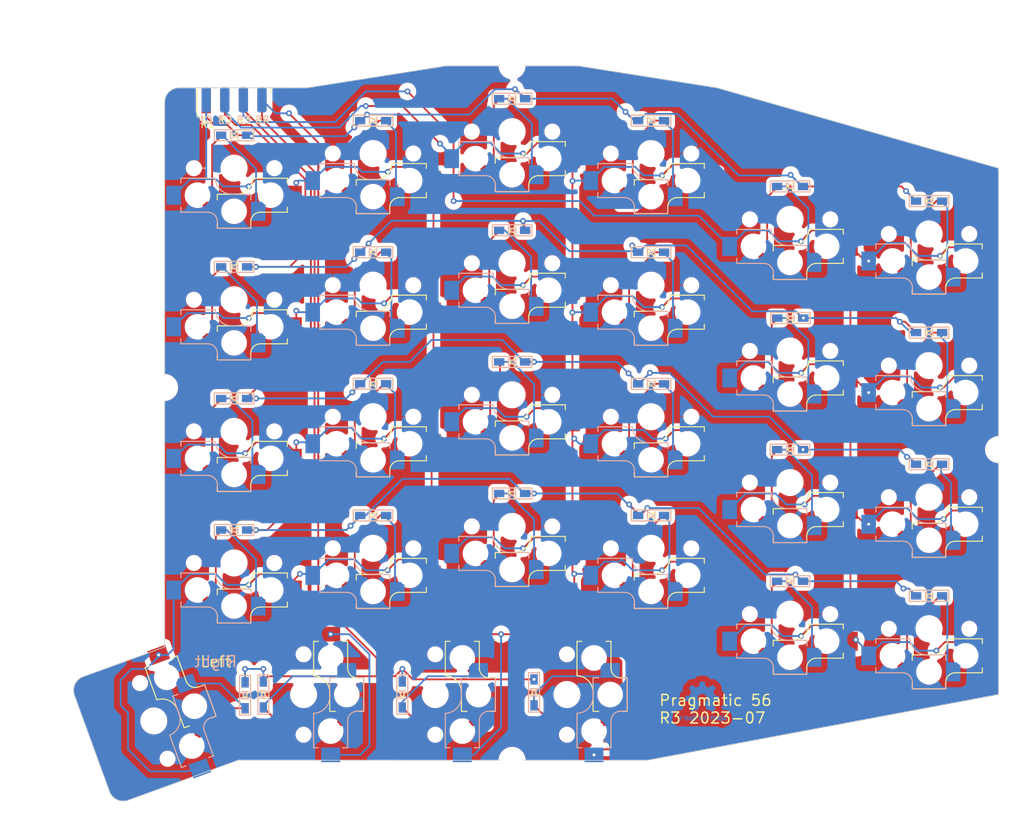
<source format=kicad_pcb>
(kicad_pcb (version 20221018) (generator pcbnew)
  (title_block (title "Pragmatic 56 (Codename Zhuyin)") (date "2023-03-25") (rev "2") (company "Pragmatic Inc.") (comment 1 "Duplex matrix with 8 pin header (5 for rows, 3 for columns)") (comment 2 "Made by James Sa"))
  (layers (0 "F.Cu" signal) (31 "B.Cu" signal) (34 "B.Paste" user) (35 "F.Paste" user) (36 "B.SilkS" user "B.Silkscreen") (37 "F.SilkS" user "F.Silkscreen") (38 "B.Mask" user) (39 "F.Mask" user) (44 "Edge.Cuts" user))
  (net 0 "")
  (net 1 "Row 1")
  (net 2 "Net-(D2-Pad1)")
  (net 3 "Row 2")
  (net 4 "Net-(D3-Pad2)")
  (net 5 "Net-(D4-Pad1)")
  (net 6 "Net-(D5-Pad2)")
  (net 7 "Net-(D6-Pad1)")
  (net 8 "Net-(D1-Pad2)")
  (net 9 "Net-(D10-Pad1)")
  (net 10 "Net-(D11-Pad2)")
  (net 11 "Net-(D12-Pad1)")
  (net 12 "Net-(D13-Pad2)")
  (net 13 "Net-(D14-Pad1)")
  (net 14 "Net-(D15-Pad2)")
  (net 15 "Net-(D16-Pad1)")
  (net 16 "Net-(D7-Pad2)")
  (net 17 "Net-(D19-Pad2)")
  (net 18 "Net-(D20-Pad1)")
  (net 19 "Net-(D21-Pad2)")
  (net 20 "C12")
  (net 21 "Net-(D17-Pad2)")
  (net 22 "Net-(D18-Pad1)")
  (net 23 "Net-(D22-Pad1)")
  (net 24 "Net-(D23-Pad2)")
  (net 25 "Net-(D24-Pad1)")
  (net 26 "C34")
  (net 27 "C56")
  (net 28 "Row 3")
  (net 29 "Net-(D25-Pad2)")
  (net 30 "Net-(D26-Pad1)")
  (net 31 "Net-(D27-Pad2)")
  (net 32 "Net-(D28-Pad1)")
  (net 33 "Net-(D29-Pad2)")
  (net 34 "Net-(D30-Pad1)")
  (net 35 "Net-(D31-Pad2)")
  (net 36 "Net-(D32-Pad1)")
  (net 37 "Net-(D33-Pad2)")
  (net 38 "Net-(D34-Pad1)")
  (net 39 "Net-(D35-Pad2)")
  (net 40 "Net-(D36-Pad1)")
  (net 41 "Row 4")
  (net 42 "Net-(D37-Pad2)")
  (net 43 "Net-(D38-Pad1)")
  (net 44 "Net-(D39-Pad2)")
  (net 45 "Net-(D40-Pad1)")
  (net 46 "Net-(D41-Pad2)")
  (net 47 "Net-(D42-Pad1)")
  (net 48 "Net-(D43-Pad2)")
  (net 49 "Net-(D44-Pad1)")
  (net 50 "Net-(D45-Pad2)")
  (net 51 "Net-(D46-Pad1)")
  (net 52 "Net-(D47-Pad2)")
  (net 53 "Net-(D48-Pad1)")
  (net 54 "Row 5")
  (net 55 "Net-(D51-Pad2)")
  (net 56 "Net-(D52-Pad1)")
  (net 57 "Net-(D53-Pad2)")
  (net 58 "Net-(D54-Pad1)")
  (net 59 "Net-(D55-Pad2)")
  (net 60 "Net-(D56-Pad1)")
  (net 61 "Net-(D57-Pad2)")
  (net 62 "Net-(D58-Pad1)")
  (net 63 "Net-(D8-Pad1)")
  (net 64 "Net-(D9-Pad2)")
  (footprint "Keyboard_JSA:ChocV1_Hotswap_reverse" (layer "F.Cu") (at 149 81)
    (fp_text reference "SW17" hide)
    (fp_text value "SW_Push_45deg" hide)
  )
  (footprint "MountingHole:MountingHole_3.2mm_M3_DIN965" (layer "F.Cu") (at 168 146)
    (fp_text reference "H1" hide)
    (fp_text value "MountingHole" hide)
  )
  (footprint "Keyboard_JSA:ChocV1_Hotswap_reverse" (layer "F.Cu") (at 149 99)
    (fp_text reference "SW29" hide)
    (fp_text value "SW_Push_45deg" hide)
  )
  (footprint "Keyboard_JSA:ChocV1_Hotswap_reverse" (layer "F.Cu") (at 175.5 137 90)
    (fp_text reference "SW51" hide)
    (fp_text value "SW_Push_45deg" hide)
  )
  (footprint "Keyboard_Foostan:D3_SMD_v2" (layer "F.Cu") (at 187 94.5)
    (fp_text reference "D27" hide)
    (fp_text value "1N4448W" hide)
  )
  (footprint "Keyboard_Foostan:D3_SMD_v2" (layer "F.Cu") (at 130 78.5)
    (fp_text reference "D18" hide)
    (fp_text value "1N4448W" hide)
  )
  (footprint "Keyboard_JSA:ChocV1_Hotswap_reverse" (layer "F.Cu") (at 187 81)
    (fp_text reference "SW15" hide)
    (fp_text value "SW_Push_45deg" hide)
  )
  (footprint "Keyboard_Foostan:D3_SMD_v2" (layer "F.Cu") (at 187 76.5)
    (fp_text reference "D15" hide)
    (fp_text value "1N4448W" hide)
  )
  (footprint "Keyboard_Foostan:D3_SMD_v2" (layer "F.Cu") (at 225 69.5)
    (fp_text reference "D1" hide)
    (fp_text value "1N4448W" hide)
  )
  (footprint "Keyboard_Foostan:D3_SMD_v2" (layer "F.Cu") (at 225 123.5)
    (fp_text reference "D37" hide)
    (fp_text value "1N4448W" hide)
  )
  (footprint "Keyboard_Foostan:D3_SMD_v2" (layer "F.Cu") (at 153 136.999984 90)
    (fp_text reference "D52" hide)
    (fp_text value "1N4448W" hide)
  )
  (footprint "Keyboard_Foostan:D3_SMD_v2" (layer "F.Cu") (at 206 67.5)
    (fp_text reference "D2" hide)
    (fp_text value "1N4448W" hide)
  )
  (footprint "Keyboard_JSA:ChocV1_Hotswap_reverse" (layer "F.Cu") (at 187 63)
    (fp_text reference "SW3" hide)
    (fp_text value "SW_Push_45deg" hide)
  )
  (footprint "Keyboard_Foostan:D3_SMD_v2" (layer "F.Cu") (at 168 73.5)
    (fp_text reference "D16" hide)
    (fp_text value "1N4448W" hide)
  )
  (footprint "Keyboard_JSA:ChocV1_Hotswap_reverse" (layer "F.Cu") (at 168 60.000003)
    (fp_text reference "SW4" hide)
    (fp_text value "SW_Push_45deg" hide)
  )
  (footprint "Keyboard_JSA:ChocV1_Hotswap_reverse" (layer "F.Cu") (at 206 108)
    (fp_text reference "SW26" hide)
    (fp_text value "SW_Push_45deg" hide)
  )
  (footprint "Keyboard_Foostan:D3_SMD_v2" (layer "F.Cu") (at 168 55.5)
    (fp_text reference "D4" hide)
    (fp_text value "1N4448W" hide)
  )
  (footprint "Keyboard_Foostan:D3_SMD_v2" (layer "F.Cu") (at 187 58.5)
    (fp_text reference "D3" hide)
    (fp_text value "1N4448W" hide)
  )
  (footprint "Keyboard_JSA:ChocV1_Hotswap_reverse" (layer "F.Cu") (at 206 126)
    (fp_text reference "SW38" hide)
    (fp_text value "SW_Push_45deg" hide)
  )
  (footprint "Keyboard_Foostan:D3_SMD_v2" (layer "F.Cu") (at 131.5 137.1 90)
    (fp_text reference "D54" hide)
    (fp_text value "1N4448W" hide)
  )
  (footprint "Keyboard_JSA:ChocV1_Hotswap_reverse" (layer "F.Cu") (at 187 99)
    (fp_text reference "SW27" hide)
    (fp_text value "SW_Push_45deg" hide)
  )
  (footprint "Keyboard_Foostan:D3_SMD_v2" (layer "F.Cu") (at 134 137 -90)
    (fp_text reference "D53" hide)
    (fp_text value "1N4448W" hide)
  )
  (footprint "Keyboard_Foostan:D3_SMD_v2" (layer "F.Cu") (at 187 112.5)
    (fp_text reference "D39" hide)
    (fp_text value "1N4448W" hide)
  )
  (footprint "Keyboard_JSA:ChocV1_Hotswap_reverse" (layer "F.Cu") (at 157.5 137 90)
    (fp_text reference "SW52" hide)
    (fp_text value "SW_Push_45deg" hide)
  )
  (footprint "Keyboard_Foostan:D3_SMD_v2" (layer "F.Cu") (at 130 114.5)
    (fp_text reference "D42" hide)
    (fp_text value "1N4448W" hide)
  )
  (footprint "Keyboard_Foostan:D3_SMD_v2" (layer "F.Cu") (at 130 96.5)
    (fp_text reference "D30" hide)
    (fp_text value "1N4448W" hide)
  )
  (footprint "Keyboard_JSA:ChocV1_Hotswap_reverse" (layer "F.Cu") (at 225 92)
    (fp_text reference "SW13" hide)
    (fp_text value "SW_Push_45deg" hide)
  )
  (footprint "Keyboard_Foostan:D3_SMD_v2" (layer "F.Cu") (at 168 91.5)
    (fp_text reference "D28" hide)
    (fp_text value "1N4448W" hide)
  )
  (footprint "Keyboard_Foostan:D3_SMD_v2" (layer "F.Cu") (at 130 60.5)
    (fp_text reference "D6" hide)
    (fp_text value "1N4448W" hide)
  )
  (footprint "Keyboard_JSA:ChocV1_Hotswap_reverse" (layer "F.Cu") (at 149 62.999998)
    (fp_text reference "SW5" hide)
    (fp_text value "SW_Push_45deg" hide)
  )
  (footprint "Keyboard_JSA:ChocV1_Hotswap_reverse" (layer "F.Cu") (at 168 96)
    (fp_text reference "SW28" hide)
    (fp_text value "SW_Push_45deg" hide)
  )
  (footprint "Keyboard_JSA:ChocV1_Hotswap_reverse" (layer "F.Cu") (at 225 74)
    (fp_text reference "SW1" hide)
    (fp_text value "SW_Push_45deg" hide)
  )
  (footprint "MountingHole:MountingHole_3.2mm_M3_DIN965" (layer "F.Cu") (at 234.5 103.5)
    (fp_text reference "H2" hide)
    (fp_text value "MountingHole" hide)
  )
  (footprint "Keyboard_Foostan:D3_SMD_v2" (layer "F.Cu") (at 225 87.5)
    (fp_text reference "D13" hide)
    (fp_text value "1N4448W" hide)
  )
  (footprint "Keyboard_JSA:ChocV1_Hotswap_reverse" (layer "F.Cu") (at 130 119)
    (fp_text reference "SW42" hide)
    (fp_text value "SW_Push_45deg" hide)
  )
  (footprint "Keyboard_JSA:ChocV1_Hotswap_reverse" (layer "F.Cu") (at 206 90)
    (fp_text reference "SW14" hide)
    (fp_text value "SW_Push_45deg" hide)
  )
  (footprint "MountingHole:MountingHole_3.2mm_M3_DIN965" (layer "F.Cu") (at 168 51)
    (fp_text reference "H3" hide)
    (fp_text value "MountingHole" hide)
  )
  (footprint "Keyboard_JSA:ChocV1_Hotswap_reverse" (layer "F.Cu") (at 130 101)
    (fp_text reference "SW30" hide)
    (fp_text value "SW_Push_45deg" hide)
  )
  (footprint "Keyboard_JSA:matrix_connector" (layer "F.Cu") (at 130 54 -90)
    (fp_text reference "J1" hide)
    (fp_text value "Conn_02x04_Odd_Even" hide)
    (fp_line (start 0 -7.5) (end 0 7.5) (stroke (width 0.12)) (layer "Edge.Cuts"))
  )
  (footprint "Keyboard_Foostan:D3_SMD_v2" (layer "F.Cu") (at 206 103.5)
    (fp_text reference "D26" hide)
    (fp_text value "1N4448W" hide)
  )
  (footprint "Keyboard_JSA:ChocV1_Hotswap_reverse" (layer "F.Cu") (at 139.5 137 90)
    (fp_text reference "SW53" hide)
    (fp_text value "SW_Push_45deg" hide)
  )
  (footprint "MountingHole:MountingHole_3.2mm_M3_DIN965" (layer "F.Cu") (at 120.5 95)
    (fp_text reference "H4" hide)
    (fp_text value "MountingHole" hide)
  )
  (footprint "Keyboard_JSA:ChocV1_Hotswap_reverse" (layer "F.Cu") (at 130 83)
    (fp_text reference "SW18" hide)
    (fp_text value "SW_Push_45deg" hide)
  )
  (footprint "Keyboard_JSA:ChocV1_Hotswap_reverse" (layer "F.Cu") (at 168 114)
    (fp_text reference "SW40" hide)
    (fp_text value "SW_Push_45deg" hide)
  )
  (footprint "Keyboard_JSA:ChocV1_Hotswap_reverse" (layer "F.Cu") (at 149 117)
    (fp_text reference "SW41" hide)
    (fp_text value "SW_Push_45deg" hide)
  )
  (footprint "Keyboard_Foostan:D3_SMD_v2" (layer "F.Cu") (at 206 85.5)
    (fp_text reference "D14" hide)
    (fp_text value "1N4448W" hide)
  )
  (footprint "Keyboard_Foostan:D3_SMD_v2" (layer "F.Cu") (at 149 76.5)
    (fp_text reference "D17" hide)
    (fp_text value "1N4448W" hide)
  )
  (footprint "Keyboard_JSA:ChocV1_Hotswap_reverse" (layer "F.Cu") (at 187 117)
    (fp_text reference "SW39" hide)
    (fp_text value "SW_Push_45deg" hide)
  )
  (footprint "Keyboard_Foostan:D3_SMD_v2" (layer "F.Cu") (at 168 109.5)
    (fp_text reference "D40" hide)
    (fp_text value "1N4448W" hide)
  )
  (footprint "Keyboard_Foostan:D3_SMD_v2" (layer "F.Cu") (at 171 136.7 -90)
    (fp_text reference "D51" hide)
    (fp_text value "1N4448W" hide)
  )
  (footprint "Keyboard_JSA:ChocV1_Hotswap_reverse" (layer "F.Cu") (at 130 65)
    (fp_text reference "SW6" hide)
    (fp_text value "SW_Push_45deg" hide)
  )
  (footprint "Keyboard_JSA:ChocV1_Hotswap_reverse" (layer "F.Cu") (at 206 72)
    (fp_text reference "SW2" hide)
    (fp_text value "SW_Push_45deg" hide)
  )
  (footprint "Keyboard_JSA:ChocV1_Hotswap_reverse" (layer "F.Cu") (at 225 110)
    (fp_text reference "SW25" hide)
    (fp_text value "SW_Push_45deg" hide)
  )
  (footprint "Keyboard_Foostan:D3_SMD_v2" (layer "F.Cu") (at 149 94.5)
    (fp_text reference "D29" hide)
    (fp_text value "1N4448W" hide)
  )
  (footprint "Keyboard_Foostan:D3_SMD_v2" (layer "F.Cu") (at 149 58.499998)
    (fp_text reference "D5" hide)
    (fp_text value "1N4448W" hide)
  )
  (footprint "Keyboard_Foostan:D3_SMD_v2" (layer "F.Cu") (at 225 105.5)
    (fp_text reference "D25" hide)
    (fp_text value "1N4448W" hide)
  )
  (footprint "Keyboard_JSA:ChocV1_Hotswap_reverse" (layer "F.Cu") (at 168 78)
    (fp_text reference "SW16" hide)
    (fp_text value "SW_Push_45deg" hide)
  )
  (footprint "Keyboard_JSA:ChocV1_Hotswap_reverse" (layer "F.Cu") (at 119.028 140.61 110)
    (fp_text reference "SW54" hide)
    (fp_text value "SW_Push_45deg" hide)
  )
  (footprint "Keyboard_JSA:ChocV1_Hotswap_reverse" (layer "F.Cu") (at 225 128)
    (fp_text reference "SW37" hide)
    (fp_text value "SW_Push_45deg" hide)
  )
  (footprint "Keyboard_Foostan:D3_SMD_v2" (layer "F.Cu") (at 206 121.5)
    (fp_text reference "D38" hide)
    (fp_text value "1N4448W" hide)
  )
  (footprint "Keyboard_Foostan:D3_SMD_v2" (layer "F.Cu") (at 149 112.5)
    (fp_text reference "D41" hide)
    (fp_text value "1N4448W" hide)
  )
  (footprint "Keyboard_JSA:ChocV1_Hotswap" (layer "B.Cu") (at 149 81 180)
    (fp_text reference "SW20" hide)
    (fp_text value "SW_Push_45deg" hide)
  )
  (footprint "Keyboard_Foostan:D3_SMD_v2" (layer "B.Cu") (at 206 67.5 180)
    (fp_text reference "D11" hide)
    (fp_text value "1N4448W" hide)
  )
  (footprint "Keyboard_Foostan:D3_SMD_v2" (layer "B.Cu") (at 206 121.5 180)
    (fp_text reference "D47" hide)
    (fp_text value "1N4448W" hide)
  )
  (footprint "Keyboard_JSA:ChocV1_Hotswap" (layer "B.Cu") (at 149 62.999998 180)
    (fp_text reference "SW8" hide)
    (fp_text value "SW_Push_45deg" hide)
  )
  (footprint "Keyboard_Foostan:D3_SMD_v2" (layer "B.Cu") (at 149 94.475 180)
    (fp_text reference "D32" hide)
    (fp_text value "1N4448W" hide)
  )
  (footprint "Keyboard_JSA:ChocV1_Hotswap" (layer "B.Cu") (at 206 72 180)
    (fp_text reference "SW11" hide)
    (fp_text value "SW_Push_45deg" hide)
  )
  (footprint "Keyboard_JSA:ChocV1_Hotswap" (layer "B.Cu") (at 225 74 180)
    (fp_text reference "SW12" hide)
    (fp_text value "SW_Push_45deg" hide)
  )
  (footprint "Keyboard_JSA:ChocV1_Hotswap" (layer "B.Cu") (at 130 65 180)
    (fp_text reference "SW7" hide)
    (fp_text value "SW_Push_45deg" hide)
  )
  (footprint "Keyboard_JSA:ChocV1_Hotswap" (layer "B.Cu") (at 187 81 180)
    (fp_text reference "SW22" hide)
    (fp_text value "SW_Push_45deg" hide)
  )
  (footprint "Keyboard_Foostan:D3_SMD_v2" (layer "B.Cu") (at 168 73.5 180)
    (fp_text reference "D21" hide)
    (fp_text value "1N4448W" hide)
  )
  (footprint "Keyboard_JSA:ChocV1_Hotswap" (layer "B.Cu") (at 175.5 137 -90)
    (fp_text reference "SW58" hide)
    (fp_text value "SW_Push_45deg" hide)
  )
  (footprint "Keyboard_Foostan:D3_SMD_v2" (layer "B.Cu") (at 134 137 90)
    (fp_text reference "D56" hide)
    (fp_text value "1N4448W" hide)
  )
  (footprint "Keyboard_Foostan:D3_SMD_v2" (layer "B.Cu") (at 153 137 -90)
    (fp_text reference "D57" hide)
    (fp_text value "1N4448W" hide)
  )
  (footprint "Keyboard_JSA:ChocV1_Hotswap" (layer "B.Cu") (at 149 117 180)
    (fp_text reference "SW44" hide)
    (fp_text value "SW_Push_45deg" hide)
  )
  (footprint "Keyboard_JSA:ChocV1_Hotswap" (layer "B.Cu") (at 225 110 180)
    (fp_text reference "SW36" hide)
    (fp_text value "SW_Push_45deg" hide)
  )
  (footprint "Keyboard_Foostan:D3_SMD_v2" (layer "B.Cu") (at 206.05 85.5 180)
    (fp_text reference "D23" hide)
    (fp_text value "1N4448W" hide)
  )
  (footprint "Keyboard_JSA:ChocV1_Hotswap" (layer "B.Cu") (at 187 99 180)
    (fp_text reference "SW34" hide)
    (fp_text value "SW_Push_45deg" hide)
  )
  (footprint "Keyboard_Foostan:D3_SMD_v2" (layer "B.Cu") (at 129.999998 96.500003 180)
    (fp_text reference "D31" hide)
    (fp_text value "1N4448W" hide)
  )
  (footprint "Keyboard_JSA:ChocV1_Hotswap" (layer "B.Cu") (at 119.027996 140.61 -70)
    (fp_text reference "SW55" hide)
    (fp_text value "SW_Push_45deg" hide)
  )
  (footprint "Keyboard_JSA:OSHW-Logo2_7.3x6mm_Copper" (layer "B.Cu") (at 194 138 180)
    (fp_text reference "REF**" hide)
    (fp_text value "OSHW-Logo2_7.3x6mm_Copper" hide)
  )
  (footprint "Keyboard_Foostan:D3_SMD_v2" (layer "B.Cu") (at 187 112.5 180)
    (fp_text reference "D46" hide)
    (fp_text value "1N4448W" hide)
  )
  (footprint "Keyboard_Foostan:D3_SMD_v2" (layer "B.Cu") (at 149 58.5 180)
    (fp_text reference "D8" hide)
    (fp_text value "1N4448W" hide)
  )
  (footprint "Keyboard_JSA:ChocV1_Hotswap" (layer "B.Cu") (at 168 60.000003 180)
    (fp_text reference "SW9" hide)
    (fp_text value "SW_Push_45deg" hide)
  )
  (footprint "Keyboard_JSA:ChocV1_Hotswap" (layer "B.Cu") (at 168 78 180)
    (fp_text reference "SW21" hide)
    (fp_text value "SW_Push_45deg" hide)
  )
  (footprint "Keyboard_JSA:ChocV1_Hotswap" (layer "B.Cu") (at 130 83 180)
    (fp_text reference "SW19" hide)
    (fp_text value "SW_Push_45deg" hide)
  )
  (footprint "Keyboard_Foostan:D3_SMD_v2" (layer "B.Cu") (at 149 112.5 180)
    (fp_text reference "D44" hide)
    (fp_text value "1N4448W" hide)
  )
  (footprint "Keyboard_Foostan:D3_SMD_v2" (layer "B.Cu") (at 225 87.5 180)
    (fp_text reference "D24" hide)
    (fp_text value "1N4448W" hide)
  )
  (footprint "Keyboard_JSA:ChocV1_Hotswap" (layer "B.Cu") (at 168 114 180)
    (fp_text reference "SW45" hide)
    (fp_text value "SW_Push_45deg" hide)
  )
  (footprint "Keyboard_Foostan:D3_SMD_v2" (layer "B.Cu") (at 206 103.5 180)
    (fp_text reference "D35" hide)
    (fp_text value "1N4448W" hide)
  )
  (footprint "Keyboard_Foostan:D3_SMD_v2" (layer "B.Cu") (at 129.999998 114.500003 180)
    (fp_text reference "D43" hide)
    (fp_text value "1N4448W" hide)
  )
  (footprint "Keyboard_Foostan:D3_SMD_v2" (layer "B.Cu") (at 168 55.5 180)
    (fp_text reference "D9" hide)
    (fp_text value "1N4448W" hide)
  )
  (footprint "Keyboard_JSA:ChocV1_Hotswap" (layer "B.Cu") (at 168 96 180)
    (fp_text reference "SW33" hide)
    (fp_text value "SW_Push_45deg" hide)
  )
  (footprint "Keyboard_JSA:ChocV1_Hotswap" (layer "B.Cu") (at 225 92 180)
    (fp_text reference "SW24" hide)
    (fp_text value "SW_Push_45deg" hide)
  )
  (footprint "Keyboard_JSA:ChocV1_Hotswap" (layer "B.Cu") (at 206 126 180)
    (fp_text reference "SW47" hide)
    (fp_text value "SW_Push_45deg" hide)
  )
  (footprint "Keyboard_Foostan:D3_SMD_v2" (layer "B.Cu") (at 130 60.5 180)
    (fp_text reference "D7" hide)
    (fp_text value "1N4448W" hide)
  )
  (footprint "Keyboard_Foostan:D3_SMD_v2" (layer "B.Cu") (at 130 78.5 180)
    (fp_text reference "D19" hide)
    (fp_text value "1N4448W" hide)
  )
  (footprint "Keyboard_JSA:ChocV1_Hotswap" (layer "B.Cu") (at 149 99 180)
    (fp_text reference "SW32" hide)
    (fp_text value "SW_Push_45deg" hide)
  )
  (footprint "Keyboard_JSA:ChocV1_Hotswap" (layer "B.Cu") (at 187 63 180)
    (fp_text reference "SW10" hide)
    (fp_text value "SW_Push_45deg" hide)
  )
  (footprint "Keyboard_JSA:ChocV1_Hotswap" (layer "B.Cu") (at 206 108 180)
    (fp_text reference "SW35" hide)
    (fp_text value "SW_Push_45deg" hide)
  )
  (footprint "Keyboard_JSA:ChocV1_Hotswap" (layer "B.Cu") (at 130 119 180)
    (fp_text reference "SW43" hide)
    (fp_text value "SW_Push_45deg" hide)
  )
  (footprint "Keyboard_JSA:ChocV1_Hotswap" (layer "B.Cu") (at 130 101 180)
    (fp_text reference "SW31" hide)
    (fp_text value "SW_Push_45deg" hide)
  )
  (footprint "Keyboard_Foostan:D3_SMD_v2" (layer "B.Cu") (at 225 69.5 180)
    (fp_text reference "D12" hide)
    (fp_text value "1N4448W" hide)
  )
  (footprint "Keyboard_Foostan:D3_SMD_v2" (layer "B.Cu") (at 149 76.5 180)
    (fp_text reference "D20" hide)
    (fp_text value "1N4448W" hide)
  )
  (footprint "Keyboard_Foostan:D3_SMD_v2" (layer "B.Cu") (at 168 91.5 180)
    (fp_text reference "D33" hide)
    (fp_text value "1N4448W" hide)
  )
  (footprint "Keyboard_Foostan:D3_SMD_v2" (layer "B.Cu") (at 187 58.5 180)
    (fp_text reference "D10" hide)
    (fp_text value "1N4448W" hide)
  )
  (footprint "Keyboard_Foostan:D3_SMD_v2" (layer "B.Cu") (at 187 76.5 180)
    (fp_text reference "D22" hide)
    (fp_text value "1N4448W" hide)
  )
  (footprint "Keyboard_Foostan:D3_SMD_v2" (layer "B.Cu") (at 168 109.5 180)
    (fp_text reference "D45" hide)
    (fp_text value "1N4448W" hide)
  )
  (footprint "Keyboard_JSA:ChocV1_Hotswap" (layer "B.Cu") (at 206 90 180)
    (fp_text reference "SW23" hide)
    (fp_text value "SW_Push_45deg" hide)
  )
  (footprint "Keyboard_JSA:ChocV1_Hotswap" (layer "B.Cu") (at 225 128 180)
    (fp_text reference "SW48" hide)
    (fp_text value "SW_Push_45deg" hide)
  )
  (footprint "Keyboard_JSA:ChocV1_Hotswap" (layer "B.Cu") (at 187 117 180)
    (fp_text reference "SW46" hide)
    (fp_text value "SW_Push_45deg" hide)
  )
  (footprint "Keyboard_Foostan:D3_SMD_v2" (layer "B.Cu") (at 171 136.7 90)
    (fp_text reference "D58" hide)
    (fp_text value "1N4448W" hide)
  )
  (footprint "Keyboard_Foostan:D3_SMD_v2" (layer "B.Cu") (at 187 94.5 180)
    (fp_text reference "D34" hide)
    (fp_text value "1N4448W" hide)
  )
  (footprint "Keyboard_JSA:ChocV1_Hotswap" (layer "B.Cu") (at 139.499996 137 -90)
    (fp_text reference "SW56" hide)
    (fp_text value "SW_Push_45deg" hide)
  )
  (footprint "Keyboard_Foostan:D3_SMD_v2" (layer "B.Cu") (at 131.5 137.1 -90)
    (fp_text reference "D55" hide)
    (fp_text value "1N4448W" hide)
  )
  (footprint "Keyboard_JSA:ChocV1_Hotswap" (layer "B.Cu") (at 157.5 137 -90)
    (fp_text reference "SW57" hide)
    (fp_text value "SW_Push_45deg" hide)
  )
  (footprint "Keyboard_Foostan:D3_SMD_v2" (layer "B.Cu") (at 225 105.5 180)
    (fp_text reference "D36" hide)
    (fp_text value "1N4448W" hide)
  )
  (footprint "Keyboard_Foostan:D3_SMD_v2" (layer "B.Cu") (at 225 123.5 180)
    (fp_text reference "D48" hide)
    (fp_text value "1N4448W" hide)
  )
  (gr_line (start 159 51) (end 140 54) (stroke (width 0.1)) (layer "Edge.Cuts"))
  (gr_line (start 120.5 130.5) (end 109.37197 134.546907) (stroke (width 0.1)) (layer "Edge.Cuts"))
  (gr_line (start 196 54) (end 177 51) (stroke (width 0.1)) (layer "Edge.Cuts"))
  (gr_line (start 122.5 54) (end 122.5 54) (stroke (width 0.1)) (layer "Edge.Cuts"))
  (gr_arc (start 108.176625 137.110333) (mid 108.243395 135.581056) (end 109.37197 134.546907) (stroke (width 0.1)) (layer "Edge.Cuts"))
  (gr_line (start 120.5 56) (end 120.5 130.5) (stroke (width 0.1)) (layer "Edge.Cuts"))
  (gr_line (start 115.528333 151.461375) (end 130.563415 145.989052) (stroke (width 0.1)) (layer "Edge.Cuts"))
  (gr_line (start 140 54) (end 137.5 54) (stroke (width 0.1)) (layer "Edge.Cuts"))
  (gr_line (start 186.5 146) (end 234.5 137) (stroke (width 0.1)) (layer "Edge.Cuts"))
  (gr_line (start 130.563415 145.989052) (end 186.5 146) (stroke (width 0.1)) (layer "Edge.Cuts"))
  (gr_arc (start 120.5 56) (mid 121.085786 54.585786) (end 122.5 54) (stroke (width 0.1)) (layer "Edge.Cuts"))
  (gr_line (start 234.5 65) (end 196 54) (stroke (width 0.1)) (layer "Edge.Cuts"))
  (gr_line (start 177 51) (end 159 51) (stroke (width 0.1)) (layer "Edge.Cuts"))
  (gr_line (start 108.176625 137.110333) (end 112.964907 150.26603) (stroke (width 0.1)) (layer "Edge.Cuts"))
  (gr_line (start 234.5 137) (end 234.5 65) (stroke (width 0.1)) (layer "Edge.Cuts"))
  (gr_arc (start 115.528333 151.461375) (mid 113.999056 151.394605) (end 112.964907 150.26603) (stroke (width 0.1)) (layer "Edge.Cuts"))
  (gr_text "C1" (at 126.111 58.42) (layer "B.SilkS") (effects (font (size 1 1)) (justify mirror)))
  (gr_text "C3" (at 128.778 58.42) (layer "B.SilkS") (effects (font (size 1 1)) (justify mirror)))
  (gr_text "Right\n" (at 127.5 132.5) (layer "B.SilkS") (effects (font (size 1.5 1.5) (thickness 0.2)) (justify mirror)))
  (gr_text "R5" (at 133.858 58.42) (layer "B.SilkS") (effects (font (size 1 1)) (justify mirror)))
  (gr_text "C5" (at 131.318 58.42) (layer "B.SilkS") (effects (font (size 1 1)) (justify mirror)))
  (gr_text "R2" (at 128.778 58.42) (layer "F.SilkS") (effects (font (size 1 1))))
  (gr_text "R1" (at 126.365 59) (layer "F.SilkS") (effects (font (size 1 1))))
  (gr_text "Pragmatic 56\nR3 2023-07" (at 188 139) (layer "F.SilkS") (effects (font (size 1.5 1.5) (thickness 0.2)) (justify left)))
  (gr_text "R4" (at 133.858 58.42) (layer "F.SilkS") (effects (font (size 1 1))))
  (gr_text "R3" (at 131.318 58.42) (layer "F.SilkS") (effects (font (size 1 1))))
  (gr_text "Left" (at 127.5 132.5) (layer "F.SilkS") (effects (font (size 1.5 1.5) (thickness 0.2))))
  (segment (start 168.475 54.2) (end 169.775 55.5) (width 0.25) (layer "F.Cu") (net 1))
  (segment (start 126.19 57.99) (end 127.3 59.1) (width 0.25) (layer "F.Cu") (net 1))
  (segment (start 132.239712 60.5) (end 132.369856 60.630144) (width 0.25) (layer "F.Cu") (net 1))
  (segment (start 207.775 67.5) (end 221.225 67.5) (width 0.25) (layer "F.Cu") (net 1))
  (segment (start 130.5 60.5) (end 131.65 60.5) (width 0.25) (layer "F.Cu") (net 1))
  (segment (start 126.19 56.778) (end 126.19 57.99) (width 0.25) (layer "F.Cu") (net 1))
  (segment (start 127.3 59.1) (end 129.1 59.1) (width 0.25) (layer "F.Cu") (net 1))
  (segment (start 221.225 67.5) (end 221.8625 68.1375) (width 0.25) (layer "F.Cu") (net 1))
  (segment (start 129.1 59.1) (end 130.5 60.5) (width 0.25) (layer "F.Cu") (net 1))
  (segment (start 207.65 67.5) (end 206.075 65.925) (width 0.25) (layer "F.Cu") (net 1))
  (segment (start 221.8625 68.1375) (end 223.225 69.5) (width 0.25) (layer "F.Cu") (net 1))
  (segment (start 184.7 58.5) (end 183.5 57.3) (width 0.25) (layer "F.Cu") (net 1))
  (segment (start 168.4 54.2) (end 168.475 54.2) (width 0.25) (layer "F.Cu") (net 1))
  (segment (start 147.35 58.499998) (end 148.174999 57.674999) (width 0.25) (layer "F.Cu") (net 1))
  (segment (start 147.35 58.499998) (end 146.425 59.425) (width 0.25) (layer "F.Cu") (net 1))
  (via (at 183.5 57.3) (size 0.8) (drill 0.4) (layers "F.Cu" "B.Cu") (net 1))
  (via (at 221.8625 68.1375) (size 0.8) (drill 0.4) (layers "F.Cu" "B.Cu") (net 1))
  (via (at 206.075 65.925) (size 0.8) (drill 0.4) (layers "F.Cu" "B.Cu") (net 1))
  (via (at 146.425 59.425) (size 0.8) (drill 0.4) (layers "F.Cu" "B.Cu") (net 1))
  (via (at 168.4 54.2) (size 0.8) (drill 0.4) (layers "F.Cu" "B.Cu") (net 1))
  (via (at 132.369856 60.630144) (size 0.8) (drill 0.4) (layers "F.Cu" "B.Cu") (net 1))
  (via (at 148.174999 57.674999) (size 0.8) (drill 0.4) (layers "F.Cu" "B.Cu") (net 1))
  (segment (start 146.425 59.425) (end 147.35 58.5) (width 0.25) (layer "B.Cu") (net 1))
  (segment (start 199 66) (end 206.15 66) (width 0.25) (layer "B.Cu") (net 1))
  (segment (start 181.7 55.5) (end 184.7 58.5) (width 0.25) (layer "B.Cu") (net 1))
  (segment (start 206.15 66) (end 207.65 67.5) (width 0.25) (layer "B.Cu") (net 1))
  (segment (start 190.575 57.575) (end 199 66) (width 0.25) (layer "B.Cu") (net 1))
  (segment (start 146.425 59.425) (end 145.219856 60.630144) (width 0.25) (layer "B.Cu") (net 1))
  (segment (start 168.475 54.2) (end 169.775 55.5) (width 0.25) (layer "B.Cu") (net 1))
  (segment (start 145.219856 60.630144) (end 132.369856 60.630144) (width 0.25) (layer "B.Cu") (net 1))
  (segment (start 148.174999 57.674999) (end 162.200001 57.674999) (width 0.25) (layer "B.Cu") (net 1))
  (segment (start 221.8625 68.1375) (end 223.225 69.5) (width 0.25) (layer "B.Cu") (net 1))
  (segment (start 169.775 55.5) (end 181.7 55.5) (width 0.25) (layer "B.Cu") (net 1))
  (segment (start 165.675 54.2) (end 168.4 54.2) (width 0.25) (layer "B.Cu") (net 1))
  (segment (start 147.35 58.5) (end 148.174999 57.674999) (width 0.25) (layer "B.Cu") (net 1))
  (segment (start 168.4 54.2) (end 168.475 54.2) (width 0.25) (layer "B.Cu") (net 1))
  (segment (start 186.275 57.575) (end 190.575 57.575) (width 0.25) (layer "B.Cu") (net 1))
  (segment (start 132.239712 60.5) (end 132.369856 60.630144) (width 0.25) (layer "B.Cu") (net 1))
  (segment (start 162.200001 57.674999) (end 165.675 54.2) (width 0.25) (layer "B.Cu") (net 1))
  (segment (start 185.35 58.5) (end 186.275 57.575) (width 0.25) (layer "B.Cu") (net 1))
  (segment (start 202.875001 68.974999) (end 202.875001 77.722999) (width 0.25) (layer "F.Cu") (net 2))
  (segment (start 204.35 67.5) (end 202.875001 68.974999) (width 0.25) (layer "F.Cu") (net 2))
  (segment (start 169.65 73.5) (end 169.65 72.3745) (width 0.25) (layer "F.Cu") (net 3))
  (segment (start 221 86) (end 221.725 86) (width 0.25) (layer "F.Cu") (net 3))
  (segment (start 139.75 66.537845) (end 139.75 76.35) (width 0.25) (layer "F.Cu") (net 3))
  (segment (start 130.2 59.1) (end 132.312155 59.1) (width 0.25) (layer "F.Cu") (net 3))
  (segment (start 131.775 78.5) (end 133 78.5) (width 0.25) (layer "F.Cu") (net 3))
  (segment (start 137.6 78.5) (end 133 78.5) (width 0.25) (layer "F.Cu") (net 3))
  (segment (start 221.725 86) (end 223.225 87.5) (width 0.25) (layer "F.Cu") (net 3))
  (segment (start 132.312155 59.1) (end 139.75 66.537845) (width 0.25) (layer "F.Cu") (net 3))
  (segment (start 185.35 76.5) (end 184.425 75.575) (width 0.25) (layer "F.Cu") (net 3))
  (segment (start 139.75 76.35) (end 137.6 78.5) (width 0.25) (layer "F.Cu") (net 3))
  (segment (start 169.65 72.3745) (end 169.5 72.2245) (width 0.25) (layer "F.Cu") (net 3))
  (segment (start 147.225 76.475) (end 148.4 75.3) (width 0.25) (layer "F.Cu") (net 3))
  (segment (start 128.73 56.734132) (end 128.73 57.63) (width 0.25) (layer "F.Cu") (net 3))
  (segment (start 147.35 76.5) (end 146.425 77.425) (width 0.25) (layer "F.Cu") (net 3))
  (segment (start 207.775 85.5) (end 207.825 85.5) (width 0.25) (layer "F.Cu") (net 3))
  (segment (start 128.73 57.63) (end 130.2 59.1) (width 0.25) (layer "F.Cu") (net 3))
  (via (at 184.425 75.575) (size 0.8) (drill 0.4) (layers "F.Cu" "B.Cu") (net 3))
  (via (at 146.425 77.425) (size 0.8) (drill 0.4) (layers "F.Cu" "B.Cu") (net 3))
  (via (at 148.4 75.3) (size 0.8) (drill 0.4) (layers "F.Cu" "B.Cu") (net 3))
  (via (at 207.825 85.5) (size 0.8) (drill 0.4) (layers "F.Cu" "B.Cu") (net 3))
  (via (at 169.5 72.2245) (size 0.8) (drill 0.4) (layers "F.Cu" "B.Cu") (net 3))
  (via (at 133 78.5) (size 0.8) (drill 0.4) (layers "F.Cu" "B.Cu") (net 3))
  (via (at 221 86) (size 0.8) (drill 0.4) (layers "F.Cu" "B.Cu") (net 3))
  (segment (start 185.35 76.5) (end 186.275 75.575) (width 0.25) (layer "B.Cu") (net 3))
  (segment (start 131.65 78.5) (end 145.35 78.5) (width 0.25) (layer "B.Cu") (net 3))
  (segment (start 200.825 84.575) (end 206.775 84.575) (width 0.25) (layer "B.Cu") (net 3))
  (segment (start 185.2 76.35) (end 175.85 76.35) (width 0.25) (layer "B.Cu") (net 3))
  (segment (start 169.5 72.2245) (end 169.5 73.225) (width 0.25) (layer "B.Cu") (net 3))
  (segment (start 147.225 76.475) (end 148.4 75.3) (width 0.25) (layer "B.Cu") (net 3))
  (segment (start 207.825 85.5) (end 220.5 85.5) (width 0.25) (layer "B.Cu") (net 3))
  (segment (start 186.275 75.575) (end 191.825 75.575) (width 0.25) (layer "B.Cu") (net 3))
  (segment (start 145.35 78.5) (end 147.35 76.5) (width 0.25) (layer "B.Cu") (net 3))
  (segment (start 191.825 75.575) (end 200.825 84.575) (width 0.25) (layer "B.Cu") (net 3))
  (segment (start 220.5 85.5) (end 222.5 87.5) (width 0.25) (layer "B.Cu") (net 3))
  (segment (start 184.425 75.575) (end 185.35 76.5) (width 0.25) (layer "B.Cu") (net 3))
  (segment (start 148.4 75.3) (end 151.5 72.2) (width 0.25) (layer "B.Cu") (net 3))
  (segment (start 169.4755 72.2) (end 169.5 72.2245) (width 0.25) (layer "B.Cu") (net 3))
  (segment (start 171.7245 72.2245) (end 169.5 72.2245) (width 0.25) (layer "B.Cu") (net 3))
  (segment (start 222.5 87.5) (end 223.225 87.5) (width 0.25) (layer "B.Cu") (net 3))
  (segment (start 151.5 72.2) (end 169.4755 72.2) (width 0.25) (layer "B.Cu") (net 3))
  (segment (start 175.85 76.35) (end 171.7245 72.2245) (width 0.25) (layer "B.Cu") (net 3))
  (segment (start 206.775 84.575) (end 207.7 85.5) (width 0.25) (layer "B.Cu") (net 3))
  (segment (start 188.65 58.5) (end 187.5 58.5) (width 0.25) (layer "F.Cu") (net 4))
  (segment (start 184.5 61.5) (end 184.5 68.098) (width 0.25) (layer "F.Cu") (net 4))
  (segment (start 187.5 58.5) (end 184.5 61.5) (width 0.25) (layer "F.Cu") (net 4))
  (segment (start 165.5 56.35) (end 165.5 65.098003) (width 0.25) (layer "F.Cu") (net 5))
  (segment (start 166.35 55.5) (end 165.5 56.35) (width 0.25) (layer "F.Cu") (net 5))
  (segment (start 150.65 58.499998) (end 149.825001 58.499998) (width 0.25) (layer "F.Cu") (net 6))
  (segment (start 146 62.324999) (end 146 68.597998) (width 0.25) (layer "F.Cu") (net 6))
  (segment (start 149.825001 58.499998) (end 146 62.324999) (width 0.25) (layer "F.Cu") (net 6))
  (segment (start 127 61.85) (end 127 70.598) (width 0.25) (layer "F.Cu") (net 7))
  (segment (start 128.35 60.5) (end 127 61.85) (width 0.25) (layer "F.Cu") (net 7))
  (segment (start 222.5 73) (end 222.5 79.098) (width 0.25) (layer "F.Cu") (net 8))
  (segment (start 226 69.5) (end 222.5 73) (width 0.25) (layer "F.Cu") (net 8))
  (segment (start 226.65 69.5) (end 226 69.5) (width 0.25) (layer "F.Cu") (net 8))
  (segment (start 190 59.85) (end 190 68.598) (width 0.25) (layer "B.Cu") (net 9))
  (segment (start 188.65 58.5) (end 190 59.85) (width 0.25) (layer "B.Cu") (net 9))
  (segment (start 205.5 67.5) (end 208.5 70.5) (width 0.25) (layer "B.Cu") (net 10))
  (segment (start 204.35 67.5) (end 205.5 67.5) (width 0.25) (layer "B.Cu") (net 10))
  (segment (start 208.5 70.5) (end 208.5 77.098) (width 0.25) (layer "B.Cu") (net 10))
  (segment (start 227.5 70.35) (end 227.5 79.098) (width 0.25) (layer "B.Cu") (net 11))
  (segment (start 226.65 69.5) (end 227.5 70.35) (width 0.25) (layer "B.Cu") (net 11))
  (segment (start 226.65 87.5) (end 225.575 87.5) (width 0.25) (layer "F.Cu") (net 12))
  (segment (start 222 91.075) (end 222 97.598) (width 0.25) (layer "F.Cu") (net 12))
  (segment (start 225.575 87.5) (end 222 91.075) (width 0.25) (layer "F.Cu") (net 12))
  (segment (start 203.5 86.35) (end 203.5 95.098) (width 0.25) (layer "F.Cu") (net 13))
  (segment (start 204.35 85.5) (end 203.5 86.35) (width 0.25) (layer "F.Cu") (net 13))
  (segment (start 184 80) (end 184 86.598) (width 0.25) (layer "F.Cu") (net 14))
  (segment (start 187.5 76.5) (end 184 80) (width 0.25) (layer "F.Cu") (net 14))
  (segment (start 188.65 76.5) (end 187.5 76.5) (width 0.25) (layer "F.Cu") (net 14))
  (segment (start 164.875001 74.974999) (end 164.875001 83.722999) (width 0.25) (layer "F.Cu") (net 15))
  (segment (start 166.35 73.5) (end 164.875001 74.974999) (width 0.25) (layer "F.Cu") (net 15))
  (segment (start 133 65.1) (end 128.4 60.5) (width 0.25) (layer "B.Cu") (net 16))
  (segment (start 133 70.598) (end 133 65.1) (width 0.25) (layer "B.Cu") (net 16))
  (segment (start 133.124999 83.274999) (end 133.124999 88.722999) (width 0.25) (layer "B.Cu") (net 17))
  (segment (start 128.35 78.5) (end 133.124999 83.274999) (width 0.25) (layer "B.Cu") (net 17))
  (segment (start 150.65 76.5) (end 151.5 77.35) (width 0.25) (layer "B.Cu") (net 18))
  (segment (start 151.5 77.35) (end 151.5 86.098) (width 0.25) (layer "B.Cu") (net 18))
  (segment (start 167 73.5) (end 170.6 77.1) (width 0.25) (layer "B.Cu") (net 19))
  (segment (start 166.225 73.5) (end 167 73.5) (width 0.25) (layer "B.Cu") (net 19))
  (segment (start 170.6 77.1) (end 170.6 83.198) (width 0.25) (layer "B.Cu") (net 19))
  (segment (start 155.055 82.5) (end 157.255 84.7) (width 0.25) (layer "F.Cu") (net 20))
  (segment (start 131.5 104) (end 133 102.5) (width 0.25) (layer "F.Cu") (net 20))
  (segment (start 155.055 118.5) (end 157.255 120.7) (width 0.25) (layer "F.Cu") (net 20))
  (segment (start 138.5 84.5) (end 138.5 86.455) (width 0.25) (layer "F.Cu") (net 20))
  (segment (start 152 100.5) (end 155.055 100.5) (width 0.25) (layer "F.Cu") (net 20))
  (segment (start 138.255 123.8) (end 143.2 128.745) (width 0.25) (layer "F.Cu") (net 20))
  (segment (start 157.255 66.699998) (end 157.255 84.7) (width 0.25) (layer "F.Cu") (net 20))
  (segment (start 133 66.5) (end 136.055 66.5) (width 0.25) (layer "F.Cu") (net 20))
  (segment (start 150.5 83.5) (end 151.5 82.5) (width 0.25) (layer "F.Cu") (net 20))
  (segment (start 155.379999 64.824997) (end 151.675003 64.824997) (width 0.25) (layer "F.Cu") (net 20))
  (segment (start 138.5 102.5) (end 138.5 104.455) (width 0.25) (layer "F.Cu") (net 20))
  (segment (start 136.055 66.5) (end 138.255 68.7) (width 0.25) (layer "F.Cu") (net 20))
  (segment (start 152.5 118.5) (end 155.055 118.5) (width 0.25) (layer "F.Cu") (net 20))
  (segment (start 138.255 86.7) (end 136.379999 84.824999) (width 0.25) (layer "F.Cu") (net 20))
  (segment (start 150.5 102) (end 152 100.5) (width 0.25) (layer "F.Cu") (net 20))
  (segment (start 138.255 122.7) (end 138.255 121.245) (width 0.25) (layer "F.Cu") (net 20))
  (segment (start 151.5 82.5) (end 155.055 82.5) (width 0.25) (layer "F.Cu") (net 20))
  (segment (start 132 122) (end 133.5 120.5) (width 0.25) (layer "F.Cu") (net 20))
  (segment (start 137 102.5) (end 138.255 103.755) (width 0.25) (layer "F.Cu") (net 20))
  (segment (start 136.379999 84.824999) (end 132.675001 84.824999) (width 0.25) (layer "F.Cu") (net 20))
  (segment (start 138.5 68.455) (end 138.5 67) (width 0.25) (layer "F.Cu") (net 20))
  (segment (start 157 102.955) (end 157 120.445) (width 0.25) (layer "F.Cu") (net 20))
  (segment (start 132.675001 84.824999) (end 132 85.5) (width 0.25) (layer "F.Cu") (net 20))
  (segment (start 133 102.5) (end 137 102.5) (width 0.25) (layer "F.Cu") (net 20))
  (segment (start 136.055 120.5) (end 138.255 122.7) (width 0.25) (layer "F.Cu") (net 20))
  (segment (start 157.255 66.699998) (end 155.379999 64.824997) (width 0.25) (layer "F.Cu") (net 20))
  (segment (start 151 120) (end 152.5 118.5) (width 0.25) (layer "F.Cu") (net 20))
  (segment (start 157.255 84.7) (end 157.255 102.7) (width 0.25) (layer "F.Cu") (net 20))
  (segment (start 132 67.5) (end 133 66.5) (width 0.25) (layer "F.Cu") (net 20))
  (segment (start 133.5 120.5) (end 136.055 120.5) (width 0.25) (layer "F.Cu") (net 20))
  (segment (start 138.255 121.245) (end 139 120.5) (width 0.25) (layer "F.Cu") (net 20))
  (segment (start 155.055 100.5) (end 157.255 102.7) (width 0.25) (layer "F.Cu") (net 20))
  (segment (start 151.675003 64.824997) (end 151 65.5) (width 0.25) (layer "F.Cu") (net 20))
  (via (at 151 120) (size 0.8) (drill 0.4) (layers "F.Cu" "B.Cu") (net 20))
  (via (at 132 85.5) (size 0.8) (drill 0.4) (layers "F.Cu" "B.Cu") (net 20))
  (via (at 119.681486 131.587363) (size 0.8) (drill 0.4) (layers "F.Cu" "B.Cu") (net 20))
  (via (at 139 120.5) (size 0.8) (drill 0.4) (layers "F.Cu" "B.Cu") (net 20))
  (via (at 138.5 84.5) (size 0.8) (drill 0.4) (layers "F.Cu" "B.Cu") (net 20))
  (via (at 143.2 128.745) (size 0.8) (drill 0.4) (layers "F.Cu" "B.Cu") (net 20))
  (via (at 131.5 104) (size 0.8) (drill 0.4) (layers "F.Cu" "B.Cu") (net 20))
  (via (at 132 67.5) (size 0.8) (drill 0.4) (layers "F.Cu" "B.Cu") (net 20))
  (via (at 151 65.5) (size 0.8) (drill 0.4) (layers "F.Cu" "B.Cu") (net 20))
  (via (at 138.5 102.5) (size 0.8) (drill 0.4) (layers "F.Cu" "B.Cu") (net 20))
  (via (at 132 122) (size 0.8) (drill 0.4) (layers "F.Cu" "B.Cu") (net 20))
  (via (at 150.5 83.5) (size 0.8) (drill 0.4) (layers "F.Cu" "B.Cu") (net 20))
  (via (at 138.5 67) (size 0.8) (drill 0.4) (layers "F.Cu" "B.Cu") (net 20))
  (via (at 150.5 102) (size 0.8) (drill 0.4) (layers "F.Cu" "B.Cu") (net 20))
  (segment (start 127.5 120.5) (end 129 122) (width 0.25) (layer "B.Cu") (net 20))
  (segment (start 147.5 83.5) (end 150.5 83.5) (width 0.25) (layer "B.Cu") (net 20))
  (segment (start 140.745 120.7) (end 142.945 118.5) (width 0.25) (layer "B.Cu") (net 20))
  (segment (start 143.2 128.745) (end 145.745 128.745) (width 0.25) (layer "B.Cu") (net 20))
  (segment (start 121.745 86.7) (end 123.620001 84.824999) (width 0.25) (layer "B.Cu") (net 20))
  (segment (start 146.5 118.5) (end 148 120) (width 0.25) (layer "B.Cu") (net 20))
  (segment (start 139 120.5) (end 140.545 120.5) (width 0.25) (layer "B.Cu") (net 20))
  (segment (start 140.745 84.7) (end 142.620001 82.824999) (width 0.25) (layer "B.Cu") (net 20))
  (segment (start 129 104) (end 131.5 104) (width 0.25) (layer "B.Cu") (net 20))
  (segment (start 140.545 102.5) (end 138.5 102.5) (width 0.25) (layer "B.Cu") (net 20))
  (segment (start 142.945 100.5) (end 146 100.5) (width 0.25) (layer "B.Cu") (net 20))
  (segment (start 147.245 145.255) (end 143.199996 145.255) (width 0.25) (layer "B.Cu") (net 20))
  (segment (start 147.5 65.5) (end 151 65.5) (width 0.25) (layer "B.Cu") (net 20))
  (segment (start 123.620001 84.824999) (end 127.824999 84.824999) (width 0.25) (layer "B.Cu") (net 20))
  (segment (start 120.912637 131.587363) (end 119.681486 131.587363) (width 0.25) (layer "B.Cu") (net 20))
  (segment (start 146.824999 82.824999) (end 147.5 83.5) (width 0.25) (layer "B.Cu") (net 20))
  (segment (start 127.5 66.5) (end 128.5 67.5) (width 0.25) (layer "B.Cu") (net 20))
  (segment (start 148.5 131.5) (end 148.5 144) (width 0.25) (layer "B.Cu") (net 20))
  (segment (start 128.5 85.5) (end 132 85.5) (width 0.25) (layer "B.Cu") (net 20))
  (segment (start 140.745 84.7) (end 138.7 84.7) (width 0.25) (layer "B.Cu") (net 20))
  (segment (start 118 133.5) (end 116 133.5) (width 0.25) (layer "B.Cu") (net 20))
  (segment (start 124 66.5) (end 126 66.5) (width 0.25) (layer "B.Cu") (net 20))
  (segment (start 114.5 135) (end 114.5 138.5) (width 0.25) (layer "B.Cu") (net 20))
  (segment (start 114.5 138.5) (end 115.5 139.5) (width 0.25) (layer "B.Cu") (net 20))
  (segment (start 148.5 144) (end 147.245 145.255) (width 0.25) (layer "B.Cu") (net 20))
  (segment (start 138.7 84.7) (end 138.5 84.5) (width 0.25) (layer "B.Cu") (net 20))
  (segment (start 119.681486 131.587363) (end 119.681486 131.818514) (width 0.25) (layer "B.Cu") (net 20))
  (segment (start 116 133.5) (end 114.5 135) (width 0.25) (layer "B.Cu") (net 20))
  (segment (start 126.19 56.651) (end 126.19 66.31) (width 0.25) (layer "B.Cu") (net 20))
  (segment (start 143 118.5) (end 146.5 118.5) (width 0.25) (layer "B.Cu") (net 20))
  (segment (start 140.745 102.7) (end 142.945 100.5) (width 0.25) (layer "B.Cu") (net 20))
  (segment (start 123.619371 147.5) (end 125.250038 146.891972) (width 0.25) (layer "B.Cu") (net 20))
  (segment (start 127.824999 102.824999) (end 129 104) (width 0.25) (layer "B.Cu") (net 20))
  (segment (start 121.8 122.7) (end 124 120.5) (width 0.25) (layer "B.Cu") (net 20))
  (segment (start 129 122) (end 132 122) (width 0.25) (layer "B.Cu") (net 20))
  (segment (start 128.5 67.5) (end 132 67.5) (width 0.25) (layer "B.Cu") (net 20))
  (segment (start 140.745 66.699998) (end 138.800002 66.699998) (width 0.25) (layer "B.Cu") (net 20))
  (segment (start 127.824999 84.824999) (end 128.5 85.5) (width 0.25) (layer "B.Cu") (net 20))
  (segment (start 146.824997 64.824997) (end 147.5 65.5) (width 0.25) (layer "B.Cu") (net 20))
  (segment (start 145.745 128.745) (end 148.5 131.5) (width 0.25) (layer "B.Cu") (net 20))
  (segment (start 115.5 139.5) (end 115.5 144.5) (width 0.25) (layer "B.Cu") (net 20))
  (segment (start 142.620001 64.824997) (end 146.824997 64.824997) (width 0.25) (layer "B.Cu") (net 20))
  (segment (start 147.5 102) (end 150.5 102) (width 0.25) (layer "B.Cu") (net 20))
  (segment (start 119.681486 131.818514) (end 118 133.5) (width 0.25) (layer "B.Cu") (net 20))
  (segment (start 142.945 118.5) (end 143 118.5) (width 0.25) (layer "B.Cu") (net 20))
  (segment (start 140.745 66.699998) (end 142.620001 64.824997) (width 0.25) (layer "B.Cu") (net 20))
  (segment (start 142.620001 82.824999) (end 146.824999 82.824999) (width 0.25) (layer "B.Cu") (net 20))
  (segment (start 146 100.5) (end 147.5 102) (width 0.25) (layer "B.Cu") (net 20))
  (segment (start 138.800002 66.699998) (end 138.5 67) (width 0.25) (layer "B.Cu") (net 20))
  (segment (start 121.8 68.7) (end 124 66.5) (width 0.25) (layer "B.Cu") (net 20))
  (segment (start 148 120) (end 151 120) (width 0.25) (layer "B.Cu") (net 20))
  (segment (start 121.745 130.755) (end 120.912637 131.587363) (width 0.25) (layer "B.Cu") (net 20))
  (segment (start 126.19 66.31) (end 126 66.5) (width 0.25) (layer "B.Cu") (net 20))
  (segment (start 115.5 144.5) (end 118.5 147.5) (width 0.25) (layer "B.Cu") (net 20))
  (segment (start 118.5 147.5) (end 123.619371 147.5) (width 0.25) (layer "B.Cu") (net 20))
  (segment (start 126 66.5) (end 127.5 66.5) (width 0.25) (layer "B.Cu") (net 20))
  (segment (start 123.620001 102.824999) (end 127.824999 102.824999) (width 0.25) (layer "B.Cu") (net 20))
  (segment (start 121.745 122.7) (end 121.745 130.755) (width 0.25) (layer "B.Cu") (net 20))
  (segment (start 124 120.5) (end 127.5 120.5) (width 0.25) (layer "B.Cu") (net 20))
  (segment (start 121.745 104.7) (end 123.620001 102.824999) (width 0.25) (layer "B.Cu") (net 20))
  (segment (start 150.65 76.5) (end 150 76.5) (width 0.25) (layer "F.Cu") (net 21))
  (segment (start 146.5 80) (end 146.5 86.098) (width 0.25) (layer "F.Cu") (net 21))
  (segment (start 150 76.5) (end 146.5 80) (width 0.25) (layer "F.Cu") (net 21))
  (segment (start 127 79.85) (end 127 88.598) (width 0.25) (layer "F.Cu") (net 22))
  (segment (start 128.35 78.5) (end 127 79.85) (width 0.25) (layer "F.Cu") (net 22))
  (segment (start 190 77.85) (end 190 86.598) (width 0.25) (layer "B.Cu") (net 23))
  (segment (start 188.65 76.5) (end 190 77.85) (width 0.25) (layer "B.Cu") (net 23))
  (segment (start 205.5 85.5) (end 208.5 88.5) (width 0.25) (layer "B.Cu") (net 24))
  (segment (start 204.4 85.5) (end 205.5 85.5) (width 0.25) (layer "B.Cu") (net 24))
  (segment (start 208.5 88.5) (end 208.5 95.098) (width 0.25) (layer "B.Cu") (net 24))
  (segment (start 227.5 89) (end 227.5 97.098) (width 0.25) (layer "B.Cu") (net 25))
  (segment (start 226.65 87.5) (end 226.65 88.15) (width 0.25) (layer "B.Cu") (net 25))
  (segment (start 226.65 88.15) (end 227.5 89) (width 0.25) (layer "B.Cu") (net 25))
  (segment (start 176.255 63.700003) (end 176.255 66.755) (width 0.25) (layer "F.Cu") (net 26))
  (segment (start 176.255 99.7) (end 176.255 101.755) (width 0.25) (layer "F.Cu") (net 26))
  (segment (start 184 132) (end 184 143) (width 0.25) (layer "F.Cu") (net 26))
  (segment (start 184 143) (end 182.5 144.5) (width 0.25) (layer "F.Cu") (net 26))
  (segment (start 193.379999 100.824999) (end 195.255 102.7) (width 0.25) (layer "F.Cu") (net 26))
  (segment (start 188.5 120) (end 189.675001 118.824999) (width 0.25) (layer "F.Cu") (net 26))
  (segment (start 176.255 117.7) (end 176.255 120.255) (width 0.25) (layer "F.Cu") (net 26))
  (segment (start 176.255 81.7) (end 176.255 84.745) (width 0.25) (layer "F.Cu") (net 26))
  (segment (start 180.745 128.745) (end 184 132) (width 0.25) (layer "F.Cu") (net 26))
  (segment (start 179.955 144.5) (end 179.2 145.255) (width 0.25) (layer "F.Cu") (net 26))
  (segment (start 190.175001 100.824999) (end 193.379999 100.824999) (width 0.25) (layer "F.Cu") (net 26))
  (segment (start 174.054997 61.5) (end 176.255 63.700003) (width 0.25) (layer "F.Cu") (net 26))
  (segment (start 179.2 128.745) (end 180.745 128.745) (width 0.25) (layer "F.Cu") (net 26))
  (segment (start 170 63) (end 171.5 61.5) (width 0.25) (layer "F.Cu") (net 26))
  (segment (start 148 56.5) (end 153 56.5) (width 0.25) (layer "F.Cu") (net 26))
  (segment (start 161.2 128.745) (end 166.5 128.745) (width 0.25) (layer "F.Cu") (net 26))
  (segment (start 169.5 63) (end 170 63) (width 0.25) (layer "F.Cu") (net 26))
  (segment (start 176.5 126.045) (end 179.2 128.745) (width 0.25) (layer "F.Cu") (net 26))
  (segment (start 170 99) (end 171.175001 97.824999) (width 0.25) (layer "F.Cu") (net 26))
  (segment (start 176.255 66.755) (end 176.255 81.7) (width 0.25) (layer "F.Cu") (net 26))
  (segment (start 190 64.5) (end 193.055 64.5) (width 0.25) (layer "F.Cu") (net 26))
  (segment (start 189.675001 118.824999) (end 193.379999 118.824999) (width 0.25) (layer "F.Cu") (net 26))
  (segment (start 169.5 81) (end 170.675001 79.824999) (width 0.25) (layer "F.Cu") (net 26))
  (segment (start 188.5 66) (end 190 64.5) (width 0.25) (layer "F.Cu") (net 26))
  (segment (start 169.5 117) (end 171 115.5) (width 0.25) (layer "F.Cu") (net 26))
  (segment (start 174.379999 97.824999) (end 176.255 99.7) (width 0.25) (layer "F.Cu") (net 26))
  (segment (start 176.255 101.755) (end 176.5 102) (width 0.25) (layer "F.Cu") (net 26))
  (segment (start 171.5 61.5) (end 174.054997 61.5) (width 0.25) (layer "F.Cu") (net 26))
  (segment (start 193.379999 82.824999) (end 195.255 84.7) (width 0.25) (layer "F.Cu") (net 26))
  (segment (start 188.5 84) (end 189.675001 82.824999) (width 0.25) (layer "F.Cu") (net 26))
  (segment (start 153 56.5) (end 158.15 61.65) (width 0.25) (layer "F.Cu") (net 26))
  (segment (start 189.675001 82.824999) (end 193.379999 82.824999) (width 0.25) (layer "F.Cu") (net 26))
  (segment (start 174.055 115.5) (end 176.255 117.7) (width 0.25) (layer "F.Cu") (net 26))
  (segment (start 176.255 84.745) (end 176.255 99.7) (width 0.25) (layer "F.Cu") (net 26))
  (segment (start 176.255 99.7) (end 176.255 117.7) (width 0.25) (layer "F.Cu") (net 26))
  (segment (start 176.5 120.5) (end 176.5 126.045) (width 0.25) (layer "F.Cu") (net 26))
  (segment (start 182.5 144.5) (end 179.955 144.5) (width 0.25) (layer "F.Cu") (net 26))
  (segment (start 176.255 120.255) (end 176.5 120.5) (width 0.25) (layer "F.Cu") (net 26))
  (segment (start 189 102) (end 190.175001 100.824999) (width 0.25) (layer "F.Cu") (net 26))
  (segment (start 193.379999 118.824999) (end 195.255 120.7) (width 0.25) (layer "F.Cu") (net 26))
  (segment (start 171.175001 97.824999) (end 174.379999 97.824999) (width 0.25) (layer "F.Cu") (net 26))
  (segment (start 174.379999 79.824999) (end 176.255 81.7) (width 0.25) (layer "F.Cu") (net 26))
  (segment (start 170.675001 79.824999) (end 174.379999 79.824999) (width 0.25) (layer "F.Cu") (net 26))
  (segment (start 193.055 64.5) (end 195.255 66.7) (width 0.25) (layer "F.Cu") (net 26))
  (segment (start 171 115.5) (end 174.055 115.5) (width 0.25) (layer "F.Cu") (net 26))
  (segment (start 166.5 128.745) (end 179.2 128.745) (width 0.25) (layer "F.Cu") (net 26))
  (via (at 176.5 120.5) (size 0.8) (drill 0.4) (layers "F.Cu" "B.Cu") (net 26))
  (via (at 166.5 128.745) (size 0.8) (drill 0.4) (layers "F.Cu" "B.Cu") (net 26))
  (via (at 188.5 84) (size 0.8) (drill 0.4) (layers "F.Cu" "B.Cu") (net 26))
  (via (at 188.5 66) (size 0.8) (drill 0.4) (layers "F.Cu" "B.Cu") (net 26))
  (via (at 176.5 102) (size 0.8) (drill 0.4) (layers "F.Cu" "B.Cu") (net 26))
  (via (at 176.255 66.755) (size 0.8) (drill 0.4) (layers "F.Cu" "B.Cu") (net 26))
  (via (at 169.5 63) (size 0.8) (drill 0.4) (layers "F.Cu" "B.Cu") (net 26))
  (via (at 189 102) (size 0.8) (drill 0.4) (layers "F.Cu" "B.Cu") (net 26))
  (via (at 148 56.5) (size 0.8) (drill 0.4) (layers "F.Cu" "B.Cu") (net 26))
  (via (at 169.5 81) (size 0.8) (drill 0.4) (layers "F.Cu" "B.Cu") (net 26))
  (via (at 170 99) (size 0.8) (drill 0.4) (layers "F.Cu" "B.Cu") (net 26))
  (via (at 179.2 145.255) (size 0.8) (drill 0.4) (layers "F.Cu" "B.Cu") (net 26))
  (via (at 176.255 84.745) (size 0.8) (drill 0.4) (layers "F.Cu" "B.Cu") (net 26))
  (via (at 188.5 120) (size 0.8) (drill 0.4) (layers "F.Cu" "B.Cu") (net 26))
  (via (at 158.15 61.65) (size 0.8) (drill 0.4) (layers "F.Cu" "B.Cu") (net 26))
  (via (at 169.5 117) (size 0.8) (drill 0.4) (layers "F.Cu" "B.Cu") (net 26))
  (segment (start 147.335 56.5) (end 148 56.5) (width 0.25) (layer "B.Cu") (net 26))
  (segment (start 186 66) (end 188.5 66) (width 0.25) (layer "B.Cu") (net 26))
  (segment (start 144.385499 59.449501) (end 147.335 56.5) (width 0.25) (layer "B.Cu") (net 26))
  (segment (start 165.5 115.5) (end 167 117) (width 0.25) (layer "B.Cu") (net 26))
  (segment (start 184.824999 64.824999) (end 186 66) (width 0.25) (layer "B.Cu") (net 26))
  (segment (start 178.745 66.7) (end 176.31 66.7) (width 0.25) (layer "B.Cu") (net 26))
  (segment (start 176.5 102) (end 177.2 102.7) (width 0.25) (layer "B.Cu") (net 26))
  (segment (start 161.5 61.5) (end 165 61.5) (width 0.25) (layer "B.Cu") (net 26))
  (segment (start 165 61.5) (end 166.5 63) (width 0.25) (layer "B.Cu") (net 26))
  (segment (start 180.620001 64.824999) (end 184.824999 64.824999) (width 0.25) (layer "B.Cu") (net 26))
  (segment (start 184.5 120) (end 188.5 120) (width 0.25) (layer "B.Cu") (net 26))
  (segment (start 180.945 82.5) (end 184.5 82.5) (width 0.25) (layer "B.Cu") (net 26))
  (segment (start 161.2 145.255) (end 162.745 145.255) (width 0.25) (layer "B.Cu") (net 26))
  (segment (start 161.620001 97.824999) (end 165.824999 97.824999) (width 0.25) (layer "B.Cu") (net 26))
  (segment (start 183 118.5) (end 184.5 120) (width 0.25) (layer "B.Cu") (net 26))
  (segment (start 162.745 145.255) (end 166.5 141.5) (width 0.25) (layer "B.Cu") (net 26))
  (segment (start 158.15 61.65) (end 159.745 63.245) (width 0.25) (layer "B.Cu") (net 26))
  (segment (start 159.745 81.7) (end 161.620001 79.824999) (width 0.25) (layer "B.Cu") (net 26))
  (segment (start 184.5 82.5) (end 186 84) (width 0.25) (layer "B.Cu") (net 26))
  (segment (start 161.945 115.5) (end 165.5 115.5) (width 0.25) (layer "B.Cu") (net 26))
  (segment (start 165.324999 79.824999) (end 166.5 81) (width 0.25) (layer "B.Cu") (net 26))
  (segment (start 186 84) (end 188.5 84) (width 0.25) (layer "B.Cu") (net 26))
  (segment (start 167 99) (end 170 99) (width 0.25) (layer "B.Cu") (net 26))
  (segment (start 180.620001 100.824999) (end 186.031925 100.824999) (width 0.25) (layer "B.Cu") (net 26))
  (segment (start 166.5 141.5) (end 166.5 128.745) (width 0.25) (layer "B.Cu") (net 26))
  (segment (start 159.745 99.7) (end 161.620001 97.824999) (width 0.25) (layer "B.Cu") (net 26))
  (segment (start 178.745 84.7) (end 176.3 84.7) (width 0.25) (layer "B.Cu") (net 26))
  (segment (start 165.824999 97.824999) (end 167 99) (width 0.25) (layer "B.Cu") (net 26))
  (segment (start 130.949501 59.449501) (end 144.385499 59.449501) (width 0.25) (layer "B.Cu") (net 26))
  (segment (start 178.745 120.7) (end 180.620001 118.824999) (width 0.25) (layer "B.Cu") (net 26))
  (segment (start 178.745 84.7) (end 180.945 82.5) (width 0.25) (layer "B.Cu") (net 26))
  (segment (start 180.620001 118.824999) (end 182.675001 118.824999) (width 0.25) (layer "B.Cu") (net 26))
  (segment (start 178.745 66.7) (end 180.620001 64.824999) (width 0.25) (layer "B.Cu") (net 26))
  (segment (start 176.5 120.5) (end 178.545 120.5) (width 0.25) (layer "B.Cu") (net 26))
  (segment (start 178.745 102.7) (end 180.620001 100.824999) (width 0.25) (layer "B.Cu") (net 26))
  (segment (start 159.745 117.7) (end 161.945 115.5) (width 0.25) (layer "B.Cu") (net 26))
  (segment (start 161.620001 79.824999) (end 165.324999 79.824999) (width 0.25) (layer "B.Cu") (net 26))
  (segment (start 176.3 84.7) (end 176.255 84.745) (width 0.25) (layer "B.Cu") (net 26))
  (segment (start 176.31 66.7) (end 176.255 66.755) (width 0.25) (layer "B.Cu") (net 26))
  (segment (start 128.73 57.23) (end 130.949501 59.449501) (width 0.25) (layer "B.Cu") (net 26))
  (segment (start 166.5 81) (end 169.5 81) (width 0.25) (layer "B.Cu") (net 26))
  (segment (start 186.031925 100.824999) (end 187.206926 102) (width 0.25) (layer "B.Cu") (net 26))
  (segment (start 167 117) (end 169.5 117) (width 0.25) (layer "B.Cu") (net 26))
  (segment (start 182.675001 118.824999) (end 183 118.5) (width 0.25) (layer "B.Cu") (net 26))
  (segment (start 187.206926 102) (end 189 102) (width 0.25) (layer "B.Cu") (net 26))
  (segment (start 159.745 63.255) (end 161.5 61.5) (width 0.25) (layer "B.Cu") (net 26))
  (segment (start 166.5 63) (end 169.5 63) (width 0.25) (layer "B.Cu") (net 26))
  (segment (start 177.2 102.7) (end 178.745 102.7) (width 0.25) (layer "B.Cu") (net 26))
  (segment (start 214.255 111.7) (end 216.255 113.7) (width 0.25) (layer "F.Cu") (net 27))
  (segment (start 231.379999 129.824999) (end 233.255 131.7) (width 0.25) (layer "F.Cu") (net 27))
  (segment (start 226.5 77) (end 227.675001 75.824999) (width 0.25) (layer "F.Cu") (net 27))
  (segment (start 227.675001 75.824999) (end 231.379999 75.824999) (width 0.25) (layer "F.Cu") (net 27))
  (segment (start 207.5 93) (end 208.675001 91.824999) (width 0.25) (layer "F.Cu") (net 27))
  (segment (start 214.745 93.7) (end 216.745 95.7) (width 0.25) (layer "F.Cu") (net 27))
  (segment (start 227 95) (end 228.5 93.5) (width 0.25) (layer "F.Cu") (net 27))
  (segment (start 153.7 54.5) (end 160 60.8) (width 0.25) (layer "F.Cu") (net 27))
  (segment (start 231.055 93.5) (end 233.255 95.7) (width 0.25) (layer "F.Cu") (net 27))
  (segment (start 214.255 93.7) (end 214.745 93.7) (width 0.25) (layer "F.Cu") (net 27))
  (segment (start 216.255 77.7) (end 216.745 77.7) (width 0.25) (layer "F.Cu") (net 27))
  (segment (start 212.055 73.5) (end 214.255 75.7) (width 0.25) (layer "F.Cu") (net 27))
  (segment (start 214.255 75.7) (end 216.255 77.7) (width 0.25) (layer "F.Cu") (net 27))
  (segment (start 207.5 75) (end 209 73.5) (width 0.25) (layer "F.Cu") (net 27))
  (segment (start 209 127.5) (end 212.055 127.5) (width 0.25) (layer "F.Cu") (net 27))
  (segment (start 214.255 111.7) (end 214.255 129.7) (width 0.25) (layer "F.Cu") (net 27))
  (segment (start 207.5 129) (end 209 127.5) (width 0.25) (layer "F.Cu") (net 27))
  (segment (start 228.5 93.5) (end 231.055 93.5) (width 0.25) (layer "F.Cu") (net 27))
  (segment (start 226 131) (end 227.175001 129.824999) (width 0.25) (layer "F.Cu") (net 27))
  (segment (start 226.5 95) (end 227 95) (width 0.25) (layer "F.Cu") (net 27))
  (segment (start 228.175001 111.824999) (end 227 113) (width 0.25) (layer "F.Cu") (net 27))
  (segment (start 227.175001 129.824999) (end 231.379999 129.824999) (width 0.25) (layer "F.Cu") (net 27))
  (segment (start 214.255 93.7) (end 214.255 111.7) (width 0.25) (layer "F.Cu") (net 27))
  (segment (start 208.675001 91.824999) (end 212.379999 91.824999) (width 0.25) (layer "F.Cu") (net 27))
  (segment (start 209 73.5) (end 212.055 73.5) (width 0.25) (layer "F.Cu") (net 27))
  (segment (start 231.379999 75.824999) (end 233.255 77.7) (width 0.25) (layer "F.Cu") (net 27))
  (segment (start 212.379999 91.824999) (end 214.255 93.7) (width 0.25) (layer "F.Cu") (net 27))
  (segment (start 160 60.8) (end 160 69.5) (width 0.25) (layer "F.Cu") (net 27))
  (segment (start 208 111) (end 209.175001 109.824999) (width 0.25) (layer "F.Cu") (net 27))
  (segment (start 233.255 113.7) (end 231.379999 111.824999) (width 0.25) (layer "F.Cu") (net 27))
  (segment (start 212.379999 109.824999) (end 214.255 111.7) (width 0.25) (layer "F.Cu") (net 27))
  (segment (start 231.379999 111.824999) (end 228.175001 111.824999) (width 0.25) (layer "F.Cu") (net 27))
  (segment (start 214.255 75.7) (end 214.255 93.7) (width 0.25) (layer "F.Cu") (net 27))
  (segment (start 216.255 113.7) (end 216.745 113.7) (width 0.25) (layer "F.Cu") (net 27))
  (segment (start 209.175001 109.824999) (end 212.379999 109.824999) (width 0.25) (layer "F.Cu") (net 27))
  (segment (start 212.055 127.5) (end 214.255 129.7) (width 0.25) (layer "F.Cu") (net 27))
  (via (at 216.745 77.7) (size 0.8) (drill 0.4) (layers "F.Cu" "B.Cu") (net 27))
  (via (at 207.5 129) (size 0.8) (drill 0.4) (layers "F.Cu" "B.Cu") (net 27))
  (via (at 207.5 75) (size 0.8) (drill 0.4) (layers "F.Cu" "B.Cu") (net 27))
  (via (at 226.5 77) (size 0.8) (drill 0.4) (layers "F.Cu" "B.Cu") (net 27))
  (via (at 207.5 93) (size 0.8) (drill 0.4) (layers "F.Cu" "B.Cu") (net 27))
  (via (at 208 111) (size 0.8) (drill 0.4) (layers "F.Cu" "B.Cu") (net 27))
  (via (at 216.745 113.7) (size 0.8) (drill 0.4) (layers "F.Cu" "B.Cu") (net 27))
  (via (at 215 129.5) (size 0.8) (drill 0.4) (layers "F.Cu" "B.Cu") (net 27))
  (via (at 216.745 95.7) (size 0.8) (drill 0.4) (layers "F.Cu" "B.Cu") (net 27))
  (via (at 226.5 95) (size 0.8) (drill 0.4) (layers "F.Cu" "B.Cu") (net 27))
  (via (at 160 69.5) (size 0.8) (drill 0.4) (layers "F.Cu" "B.Cu") (net 27))
  (via (at 153.7 54.5) (size 0.8) (drill 0.4) (layers "F.Cu" "B.Cu") (net 27))
  (via (at 227 113) (size 0.8) (drill 0.4) (layers "F.Cu" "B.Cu") (net 27))
  (via (at 226 131) (size 0.8) (drill 0.4) (layers "F.Cu" "B.Cu") (net 27))
  (segment (start 221.725001 75.225001) (end 223.5 77) (width 0.25) (layer "B.Cu") (net 27))
  (segment (start 204.5 75) (end 207.5 75) (width 0.25) (layer "B.Cu") (net 27))
  (segment (start 219.219999 75.225001) (end 221.725001 75.225001) (width 0.25) (layer "B.Cu") (net 27))
  (segment (start 218.945 93.5) (end 222.5 93.5) (width 0.25) (layer "B.Cu") (net 27))
  (segment (start 215 129.5) (end 216.745 131.245) (width 0.25) (layer "B.Cu") (net 27))
  (segment (start 222.5 93.5) (end 224 95) (width 0.25) (layer "B.Cu") (net 27))
  (segment (start 177.25 69.5) (end 160 69.5) (width 0.25) (layer "B.Cu") (net 27))
  (segment (start 199.945 127.5) (end 203.5 127.5) (width 0.25) (layer "B.Cu") (net 27))
  (segment (start 216.745 95.7) (end 218.945 93.5) (width 0.25) (layer "B.Cu") (net 27))
  (segment (start 197.745 75.7) (end 199.945 73.5) (width 0.25) (layer "B.Cu") (net 27))
  (segment (start 153.7 54.5) (end 148 54.5) (width 0.25) (layer "B.Cu") (net 27))
  (segment (start 216.745 113.7) (end 218.945 111.5) (width 0.25) (layer "B.Cu") (net 27))
  (segment (start 204 109.5) (end 205.5 111) (width 0.25) (layer "B.Cu") (net 27))
  (segment (start 223.5 77) (end 226.5 77) (width 0.25) (layer "B.Cu") (net 27))
  (segment (start 218.620001 129.824999) (end 222.324999 129.824999) (width 0.25) (layer "B.Cu") (net 27))
  (segment (start 223.5 131) (end 226 131) (width 0.25) (layer "B.Cu") (net 27))
  (segment (start 199.945 109.5) (end 204 109.5) (width 0.25) (layer "B.Cu") (net 27))
  (segment (start 222 111.5) (end 223.5 113) (width 0.25) (layer "B.Cu") (net 27))
  (segment (start 148 54.5) (end 143.8085 58.6915) (width 0.25) (layer "B.Cu") (net 27))
  (segment (start 222.324999 129.824999) (end 223.5 131) (width 0.25) (layer "B.Cu") (net 27))
  (segment (start 205.5 111) (end 208 111) (width 0.25) (layer "B.Cu") (net 27))
  (segment (start 197.745 93.7) (end 199.945 91.5) (width 0.25) (layer "B.Cu") (net 27))
  (segment (start 216.745 77.7) (end 219.219999 75.225001) (width 0.25) (layer "B.Cu") (net 27))
  (segment (start 205 129) (end 207.5 129) (width 0.25) (layer "B.Cu") (net 27))
  (segment (start 216.745 131.7) (end 218.620001 129.824999) (width 0.25) (layer "B.Cu") (net 27))
  (segment (start 143.8085 58.6915) (end 132.1915 58.6915) (width 0.25) (layer "B.Cu") (net 27))
  (segment (start 197.745 75.7) (end 193.545 71.5) (width 0.25) (layer "B.Cu") (net 27))
  (segment (start 199.945 73.5) (end 203 73.5) (width 0.25) (layer "B.Cu") (net 27))
  (segment (start 223.5 113) (end 227 113) (width 0.25) (layer "B.Cu") (net 27))
  (segment (start 204.5 93) (end 207.5 93) (width 0.25) (layer "B.Cu") (net 27))
  (segment (start 132.1915 58.6915) (end 131.27 57.77) (width 0.25) (layer "B.Cu") (net 27))
  (segment (start 197.745 111.7) (end 199.945 109.5) (width 0.25) (layer "B.Cu") (net 27))
  (segment (start 179.25 71.5) (end 177.25 69.5) (width 0.25) (layer "B.Cu") (net 27))
  (segment (start 193.545 71.5) (end 179.25 71.5) (width 0.25) (layer "B.Cu") (net 27))
  (segment (start 224 95) (end 226.5 95) (width 0.25) (layer "B.Cu") (net 27))
  (segment (start 197.745 129.7) (end 199.945 127.5) (width 0.25) (layer "B.Cu") (net 27))
  (segment (start 218.945 111.5) (end 222 111.5) (width 0.25) (layer "B.Cu") (net 27))
  (segment (start 131.27 57.77) (end 131.27 56.734132) (width 0.25) (layer "B.Cu") (net 27))
  (segment (start 200 91.5) (end 203 91.5) (width 0.25) (layer "B.Cu") (net 27))
  (segment (start 203.5 127.5) (end 205 129) (width 0.25) (layer "B.Cu") (net 27))
  (segment (start 199.945 91.5) (end 200 91.5) (width 0.25) (layer "B.Cu") (net 27))
  (segment (start 203 91.5) (end 204.5 93) (width 0.25) (layer "B.Cu") (net 27))
  (segment (start 203 73.5) (end 204.5 75) (width 0.25) (layer "B.Cu") (net 27))
  (segment (start 140.5 87.65) (end 131.65 96.5) (width 0.25) (layer "F.Cu") (net 28))
  (segment (start 185.35 94.5) (end 183.925 93.075) (width 0.25) (layer "F.Cu") (net 28))
  (segment (start 222.225 104.5) (end 223.225 105.5) (width 0.25) (layer "F.Cu") (net 28))
  (segment (start 222 104.5) (end 222.225 104.5) (width 0.25) (layer "F.Cu") (net 28))
  (segment (start 131.27 57.02) (end 140.5 66.25) (width 0.25) (layer "F.Cu") (net 28))
  (segment (start 147.325 94.5) (end 146.1625 95.6625) (width 0.25) (layer "F.Cu") (net 28))
  (segment (start 169.65 91.5) (end 171 91.5) (width 0.25) (layer "F.Cu") (net 28))
  (segment (start 140.5 66.25) (end 140.5 87.65) (width 0.25) (layer "F.Cu") (net 28))
  (segment (start 131.65 96.5) (end 132.999994 96.5) (width 0.25) (layer "F.Cu") (net 28))
  (segment (start 132.999994 96.5) (end 132.999997 96.500003) (width 0.25) (layer "F.Cu") (net 28))
  (segment (start 185.35 94.5) (end 186.85 93) (width 0.25) (layer "F.Cu") (net 28))
  (via (at 183.925 93.075) (size 0.8) (drill 0.4) (layers "F.Cu" "B.Cu") (net 28))
  (via (at 146.1625 95.6625) (size 0.8) (drill 0.4) (layers "F.Cu" "B.Cu") (net 28))
  (via (at 186.85 93) (size 0.8) (drill 0.4) (layers "F.Cu" "B.Cu") (net 28))
  (via (at 132.999997 96.500003) (size 0.8) (drill 0.4) (layers "F.Cu" "B.Cu") (net 28))
  (via (at 171 91.5) (size 0.8) (drill 0.4) (layers "F.Cu" "B.Cu") (net 28))
  (via (at 222 104.5) (size 0.8) (drill 0.4) (layers "F.Cu" "B.Cu") (net 28))
  (via (at 207.775 103.5) (size 0.8) (drill 0.4) (layers "F.Cu" "B.Cu") (net 28))
  (segment (start 147.35 94.475) (end 150.325 91.5) (width 0.25) (layer "B.Cu") (net 28))
  (segment (start 189.5 93) (end 195.5 99) (width 0.25) (layer "B.Cu") (net 28))
  (segment (start 185.35 94.5) (end 186.85 93) (width 0.25) (layer "B.Cu") (net 28))
  (segment (start 154 91.5) (end 157 88.5) (width 0.25) (layer "B.Cu") (net 28))
  (segment (start 150.325 91.5) (end 154 91.5) (width 0.25) (layer "B.Cu") (net 28))
  (segment (start 203.15 99) (end 207.65 103.5) (width 0.25) (layer "B.Cu") (net 28))
  (segment (start 166.65 88.5) (end 169.65 91.5) (width 0.25) (layer "B.Cu") (net 28))
  (segment (start 207.775 103.5) (end 221 103.5) (width 0.25) (layer "B.Cu") (net 28))
  (segment (start 186.85 93) (end 189.5 93) (width 0.25) (layer "B.Cu") (net 28))
  (segment (start 146.1625 95.6625) (end 147.35 94.475) (width 0.25) (layer "B.Cu") (net 28))
  (segment (start 132.999997 96.500003) (end 145.324997 96.500003) (width 0.25) (layer "B.Cu") (net 28))
  (segment (start 131.649998 96.500003) (end 132.999997 96.500003) (width 0.25) (layer "B.Cu") (net 28))
  (segment (start 222.225 104.5) (end 223.225 105.5) (width 0.25) (layer "B.Cu") (net 28))
  (segment (start 182.35 91.5) (end 185.35 94.5) (width 0.25) (layer "B.Cu") (net 28))
  (segment (start 145.324997 96.500003) (end 146.1625 95.6625) (width 0.25) (layer "B.Cu") (net 28))
  (segment (start 169.65 91.5) (end 182.35 91.5) (width 0.25) (layer "B.Cu") (net 28))
  (segment (start 157 88.5) (end 166.65 88.5) (width 0.25) (layer "B.Cu") (net 28))
  (segment (start 195.5 99) (end 203.15 99) (width 0.25) (layer "B.Cu") (net 28))
  (segment (start 222 104.5) (end 222.225 104.5) (width 0.25) (layer "B.Cu") (net 28))
  (segment (start 221 103.5) (end 222 104.5) (width 0.25) (layer "B.Cu") (net 28))
  (segment (start 226.174999 105.825001) (end 222.5 109.5) (width 0.25) (layer "F.Cu") (net 29))
  (segment (start 226.975001 105.825001) (end 226.174999 105.825001) (width 0.25) (layer "F.Cu") (net 29))
  (segment (start 222.5 109.5) (end 222.5 115.098) (width 0.25) (layer "F.Cu") (net 29))
  (segment (start 203.5 104.35) (end 203.5 113.098) (width 0.25) (layer "F.Cu") (net 30))
  (segment (start 204.35 103.5) (end 203.5 104.35) (width 0.25) (layer "F.Cu") (net 30))
  (segment (start 184 98) (end 184 104.598) (width 0.25) (layer "F.Cu") (net 31))
  (segment (start 187.5 94.5) (end 184 98) (width 0.25) (layer "F.Cu") (net 31))
  (segment (start 188.65 94.5) (end 187.5 94.5) (width 0.25) (layer "F.Cu") (net 31))
  (segment (start 165 95.5) (end 165 101.598) (width 0.25) (layer "F.Cu") (net 32))
  (segment (start 166.35 91.5) (end 166.35 94.15) (width 0.25) (layer "F.Cu") (net 32))
  (segment (start 166.35 94.15) (end 165 95.5) (width 0.25) (layer "F.Cu") (net 32))
  (segment (start 150.5 94.5) (end 146.5 98.5) (width 0.25) (layer "F.Cu") (net 33))
  (segment (start 146.5 98.5) (end 146.5 104.098) (width 0.25) (layer "F.Cu") (net 33))
  (segment (start 128.35 96.5) (end 127 97.85) (width 0.25) (layer "F.Cu") (net 34))
  (segment (start 127 97.85) (end 127 106.598) (width 0.25) (layer "F.Cu") (net 34))
  (segment (start 128.349998 96.500003) (end 129.500003 96.500003) (width 0.25) (layer "B.Cu") (net 35))
  (segment (start 129.500003 96.500003) (end 132.5 99.5) (width 0.25) (layer "B.Cu") (net 35))
  (segment (start 132.5 99.5) (end 132.5 106.098) (width 0.25) (layer "B.Cu") (net 35))
  (segment (start 150.65 94.475) (end 152 95.825) (width 0.25) (layer "B.Cu") (net 36))
  (segment (start 152 95.825) (end 152 104.598) (width 0.25) (layer "B.Cu") (net 36))
  (segment (start 171 94.5) (end 171 101.598) (width 0.25) (layer "B.Cu") (net 37))
  (segment (start 168 91.5) (end 171 94.5) (width 0.25) (layer "B.Cu") (net 37))
  (segment (start 166.35 91.5) (end 168 91.5) (width 0.25) (layer "B.Cu") (net 37))
  (segment (start 190 95.85) (end 190 104.598) (width 0.25) (layer "B.Cu") (net 38))
  (segment (start 188.65 94.5) (end 190 95.85) (width 0.25) (layer "B.Cu") (net 38))
  (segment (start 209 107) (end 209 113.598) (width 0.25) (layer "B.Cu") (net 39))
  (segment (start 205.5 103.5) (end 209 107) (width 0.25) (layer "B.Cu") (net 39))
  (segment (start 204.35 103.5) (end 205.5 103.5) (width 0.25) (layer "B.Cu") (net 39))
  (segment (start 228 108) (end 228 115.598) (width 0.25) (layer "B.Cu") (net 40))
  (segment (start 226.65 105.5) (end 226.65 106.65) (width 0.25) (layer "B.Cu") (net 40))
  (segment (start 226.65 106.65) (end 228 108) (width 0.25) (layer "B.Cu") (net 40))
  (segment (start 133.81 58.31) (end 141 65.5) (width 0.25) (layer "F.Cu") (net 41))
  (segment (start 207.65 121.5) (end 206.725 120.575) (width 0.25) (layer "F.Cu") (net 41))
  (segment (start 131.65 114.5) (end 132.999994 114.5) (width 0.25) (layer "F.Cu") (net 41))
  (segment (start 133.81 57.31) (end 133.81 58.31) (width 0.25) (layer "F.Cu") (net 41))
  (segment (start 132.999994 114.5) (end 132.999997 114.500003) (width 0.25) (layer "F.Cu") (net 41))
  (segment (start 147.35 112.5) (end 145.925 113.925) (width 0.25) (layer "F.Cu") (net 41))
  (segment (start 222.225 122.5) (end 223.225 123.5) (width 0.25) (layer "F.Cu") (net 41))
  (segment (start 185.5 112.5) (end 186.5 111.5) (width 0.25) (layer "F.Cu") (net 41))
  (segment (start 221.5 122.5) (end 222.225 122.5) (width 0.25) (layer "F.Cu") (net 41))
  (segment (start 185.35 112.35) (end 184 111) (width 0.25) (layer "F.Cu") (net 41))
  (segment (start 141 65.5) (end 141 108) (width 0.25) (layer "F.Cu") (net 41))
  (segment (start 141 108) (end 134.499997 114.500003) (width 0.25) (layer "F.Cu") (net 41))
  (segment (start 134.499997 114.500003) (end 132.999997 114.500003) (width 0.25) (layer "F.Cu") (net 41))
  (segment (start 169.65 109.5) (end 171 109.5) (width 0.25) (layer "F.Cu") (net 41))
  (via (at 206.725 120.575) (size 0.8) (drill 0.4) (layers "F.Cu" "B.Cu") (net 41))
  (via (at 145.925 113.925) (size 0.8) (drill 0.4) (layers "F.Cu" "B.Cu") (net 41))
  (via (at 132.999997 114.500003) (size 0.8) (drill 0.4) (layers "F.Cu" "B.Cu") (net 41))
  (via (at 184 111) (size 0.8) (drill 0.4) (layers "F.Cu" "B.Cu") (net 41))
  (via (at 171 109.5) (size 0.8) (drill 0.4) (layers "F.Cu" "B.Cu") (net 41))
  (via (at 221.5 122.5) (size 0.8) (drill 0.4) (layers "F.Cu" "B.Cu") (net 41))
  (via (at 186.5 111.5) (size 0.8) (drill 0.4) (layers "F.Cu" "B.Cu") (net 41))
  (segment (start 167.65 107.5) (end 169.65 109.5) (width 0.25) (layer "B.Cu") (net 41))
  (segment (start 185.35 112.5) (end 186.35 111.5) (width 0.25) (layer "B.Cu") (net 41))
  (segment (start 147.35 112.5) (end 148 112.5) (width 0.25) (layer "B.Cu") (net 41))
  (segment (start 153 107.5) (end 167.65 107.5) (width 0.25) (layer "B.Cu") (net 41))
  (segment (start 207.775 121.5) (end 220.5 121.5) (width 0.25) (layer "B.Cu") (net 41))
  (segment (start 131.649998 114.500003) (end 132.999997 114.500003) (width 0.25) (layer "B.Cu") (net 41))
  (segment (start 145.349997 114.500003) (end 147.35 112.5) (width 0.25) (layer "B.Cu") (net 41))
  (segment (start 220.5 121.5) (end 221.5 122.5) (width 0.25) (layer "B.Cu") (net 41))
  (segment (start 186.35 111.5) (end 186.5 111.5) (width 0.25) (layer "B.Cu") (net 41))
  (segment (start 221.5 122.5) (end 222.225 122.5) (width 0.25) (layer "B.Cu") (net 41))
  (segment (start 182.35 109.5) (end 185.35 112.5) (width 0.25) (layer "B.Cu") (net 41))
  (segment (start 148 112.5) (end 153 107.5) (width 0.25) (layer "B.Cu") (net 41))
  (segment (start 169.65 109.5) (end 182.35 109.5) (width 0.25) (layer "B.Cu") (net 41))
  (segment (start 193.5 111.5) (end 202.575 120.575) (width 0.25) (layer "B.Cu") (net 41))
  (segment (start 132.999997 114.500003) (end 145.349997 114.500003) (width 0.25) (layer "B.Cu") (net 41))
  (segment (start 186.5 111.5) (end 193.5 111.5) (width 0.25) (layer "B.Cu") (net 41))
  (segment (start 206.725 120.575) (end 207.65 121.5) (width 0.25) (layer "B.Cu") (net 41))
  (segment (start 202.575 120.575) (end 206.725 120.575) (width 0.25) (layer "B.Cu") (net 41))
  (segment (start 222.225 122.5) (end 223.225 123.5) (width 0.25) (layer "B.Cu") (net 41))
  (segment (start 226.5 123.5) (end 222 128) (width 0.25) (layer "F.Cu") (net 42))
  (segment (start 222 128) (end 222 133.598) (width 0.25) (layer "F.Cu") (net 42))
  (segment (start 204.35 121.5) (end 203.5 122.35) (width 0.25) (layer "F.Cu") (net 43))
  (segment (start 203.5 122.35) (end 203.5 131.098) (width 0.25) (layer "F.Cu") (net 43))
  (segment (start 188.65 112.5) (end 185.15 116) (width 0.25) (layer "F.Cu") (net 44))
  (segment (start 185.15 116) (end 184.5 116) (width 0.25) (layer "F.Cu") (net 44))
  (segment (start 184.5 116) (end 184.5 122.098) (width 0.25) (layer "F.Cu") (net 44))
  (segment (start 166.35 109.5) (end 165.5 110.35) (width 0.25) (layer "F.Cu") (net 45))
  (segment (start 165.5 110.35) (end 165.5 119.098) (width 0.25) (layer "F.Cu") (net 45))
  (segment (start 146.5 116) (end 146.5 122.098) (width 0.25) (layer "F.Cu") (net 46))
  (segment (start 150.65 112.5) (end 150 112.5) (width 0.25) (layer "F.Cu") (net 46))
  (segment (start 150 112.5) (end 146.5 116) (width 0.25) (layer "F.Cu") (net 46))
  (segment (start 127.5 124.098) (end 127.5 115.35) (width 0.25) (layer "F.Cu") (net 47))
  (segment (start 127.5 115.35) (end 128.35 114.5) (width 0.25) (layer "F.Cu") (net 47))
  (segment (start 128.349998 114.500003) (end 129.000003 114.500003) (width 0.25) (layer "B.Cu") (net 48))
  (segment (start 133 118.5) (end 133 124.598) (width 0.25) (layer "B.Cu") (net 48))
  (segment (start 129.000003 114.500003) (end 133 118.5) (width 0.25) (layer "B.Cu") (net 48))
  (segment (start 150.65 112.65) (end 152 114) (width 0.25) (layer "B.Cu") (net 49))
  (segment (start 152 114) (end 152 122.598) (width 0.25) (layer "B.Cu") (net 49))
  (segment (start 166.35 109.5) (end 167.5 109.5) (width 0.25) (layer "B.Cu") (net 50))
  (segment (start 171 113) (end 171 119.598) (width 0.25) (layer "B.Cu") (net 50))
  (segment (start 167.5 109.5) (end 171 113) (width 0.25) (layer "B.Cu") (net 50))
  (segment (start 189.5 113.35) (end 189.5 122.098) (width 0.25) (layer "B.Cu") (net 51))
  (segment (start 188.65 112.5) (end 189.5 113.35) (width 0.25) (layer "B.Cu") (net 51))
  (segment (start 205.5 121.5) (end 209 125) (width 0.25) (layer "B.Cu") (net 52))
  (segment (start 204.35 121.5) (end 205.5 121.5) (width 0.25) (layer "B.Cu") (net 52))
  (segment (start 209 125) (end 209 131.598) (width 0.25) (layer "B.Cu") (net 52))
  (segment (start 226.7 123.5) (end 227.5 124.3) (width 0.25) (layer "B.Cu") (net 53))
  (segment (start 227.5 124.3) (end 227.5 133.098) (width 0.25) (layer "B.Cu") (net 53))
  (segment (start 149.5 134.5) (end 151.999992 134.5) (width 0.25) (layer "F.Cu") (net 54))
  (segment (start 137.5 57.5) (end 141.5 61.5) (width 0.25) (layer "F.Cu") (net 54))
  (segment (start 171 134.925) (end 154.425008 134.925) (width 0.25) (layer "F.Cu") (net 54))
  (segment (start 153 133.499992) (end 153 135.224984) (width 0.25) (layer "F.Cu") (net 54))
  (segment (start 151.999992 134.5) (end 153 133.499992) (width 0.25) (layer "F.Cu") (net 54))
  (segment (start 141.5 61.5) (end 141.5 124) (width 0.25) (layer "F.Cu") (net 54))
  (segment (start 154.425008 134.925) (end 153 133.499992) (width 0.25) (layer "F.Cu") (net 54))
  (segment (start 131.5 133.5) (end 131.5 135.325) (width 0.25) (layer "F.Cu") (net 54))
  (segment (start 134 133.5) (end 134 135.225) (width 0.25) (layer "F.Cu") (net 54))
  (segment (start 149.5 134.5) (end 134.625 134.5) (width 0.25) (layer "F.Cu") (net 54))
  (segment (start 141.5 124) (end 149.5 132) (width 0.25) (layer "F.Cu") (net 54))
  (segment (start 149.5 132) (end 149.5 134.5) (width 0.25) (layer "F.Cu") (net 54))
  (segment (start 134.625 134.5) (end 134 135.125) (width 0.25) (layer "F.Cu") (net 54))
  (via (at 134 133.5) (size 0.8) (drill 0.4) (layers "F.Cu" "B.Cu") (net 54))
  (via (at 153 133.499992) (size 0.8) (drill 0.4) (layers "F.Cu" "B.Cu") (net 54))
  (via (at 137.5 57.5) (size 0.8) (drill 0.4) (layers "F.Cu" "B.Cu") (net 54))
  (via (at 171 134.925) (size 0.8) (drill 0.4) (layers "F.Cu" "B.Cu") (net 54))
  (via (at 131.5 133.5) (size 0.8) (drill 0.4) (layers "F.Cu" "B.Cu") (net 54))
  (segment (start 134 133.5) (end 131.5 133.5) (width 0.25) (layer "B.Cu") (net 54))
  (segment (start 153 135.225) (end 153 133.499992) (width 0.25) (layer "B.Cu") (net 54))
  (segment (start 133.81 55.651) (end 135.659 57.5) (width 0.25) (layer "B.Cu") (net 54))
  (segment (start 134 135.225) (end 134 133.5) (width 0.25) (layer "B.Cu") (net 54))
  (segment (start 135.659 57.5) (end 137.5 57.5) (width 0.25) (layer "B.Cu") (net 54))
  (segment (start 131.5 133.5) (end 131.5 135.325) (width 0.25) (layer "B.Cu") (net 54))
  (segment (start 172.65 140.125) (end 171 138.475) (width 0.25) (layer "F.Cu") (net 55))
  (segment (start 181.223 140.125) (end 172.65 140.125) (width 0.25) (layer "F.Cu") (net 55))
  (segment (start 154.350016 140.125) (end 153 138.774984) (width 0.25) (layer "F.Cu") (net 56))
  (segment (start 163.223 140.125) (end 154.350016 140.125) (width 0.25) (layer "F.Cu") (net 56))
  (segment (start 145.098 140) (end 135.225 140) (width 0.25) (layer "F.Cu") (net 57))
  (segment (start 135.225 140) (end 134 138.775) (width 0.25) (layer "F.Cu") (net 57))
  (segment (start 127.305054 141.694946) (end 130.125 138.875) (width 0.25) (layer "F.Cu") (net 58))
  (segment (start 130.125 138.875) (end 131.5 138.875) (width 0.25) (layer "F.Cu") (net 58))
  (segment (start 125.701537 141.694946) (end 127.305054 141.694946) (width 0.25) (layer "F.Cu") (net 58))
  (segment (start 131.5 138.875) (end 128.114216 135.489216) (width 0.25) (layer "B.Cu") (net 59))
  (segment (start 128.114216 135.489216) (end 123.442832 135.489216) (width 0.25) (layer "B.Cu") (net 59))
  (segment (start 144.597996 134.5) (end 138 134.5) (width 0.25) (layer "B.Cu") (net 60))
  (segment (start 138 134.5) (end 134 138.5) (width 0.25) (layer "B.Cu") (net 60))
  (segment (start 156.5 134.5) (end 153 138) (width 0.25) (layer "B.Cu") (net 61))
  (segment (start 162.598 134.5) (end 156.5 134.5) (width 0.25) (layer "B.Cu") (net 61))
  (segment (start 153 138) (end 153 138.775) (width 0.25) (layer "B.Cu") (net 61))
  (segment (start 180.598 134.5) (end 173.5 134.5) (width 0.25) (layer "B.Cu") (net 62))
  (segment (start 173.5 134.5) (end 171 137) (width 0.25) (layer "B.Cu") (net 62))
  (segment (start 171 137) (end 171 138.475) (width 0.25) (layer "B.Cu") (net 62))
  (segment (start 152.124999 68.722997) (end 152.124999 59.974999) (width 0.25) (layer "B.Cu") (net 63))
  (segment (start 152.124999 59.974999) (end 150.65 58.5) (width 0.25) (layer "B.Cu") (net 63))
  (segment (start 167.3 55.5) (end 170.7 58.9) (width 0.25) (layer "B.Cu") (net 64))
  (segment (start 170.7 58.9) (end 170.7 65.298003) (width 0.25) (layer "B.Cu") (net 64))
  (segment (start 166.225 55.5) (end 167.3 55.5) (width 0.25) (layer "B.Cu") (net 64))
  (zone (net 0) (net_name "") (layers "F&B.Cu") (connect_pads (clearance 0.8)) (min_thickness 0.5) (fill yes (thermal_gap 0.508) (thermal_bridge_width 0.508))
    (polygon (pts (xy 238 152) (xy 98 152) (xy 98 42) (xy 238 42)))
  )
)
</source>
